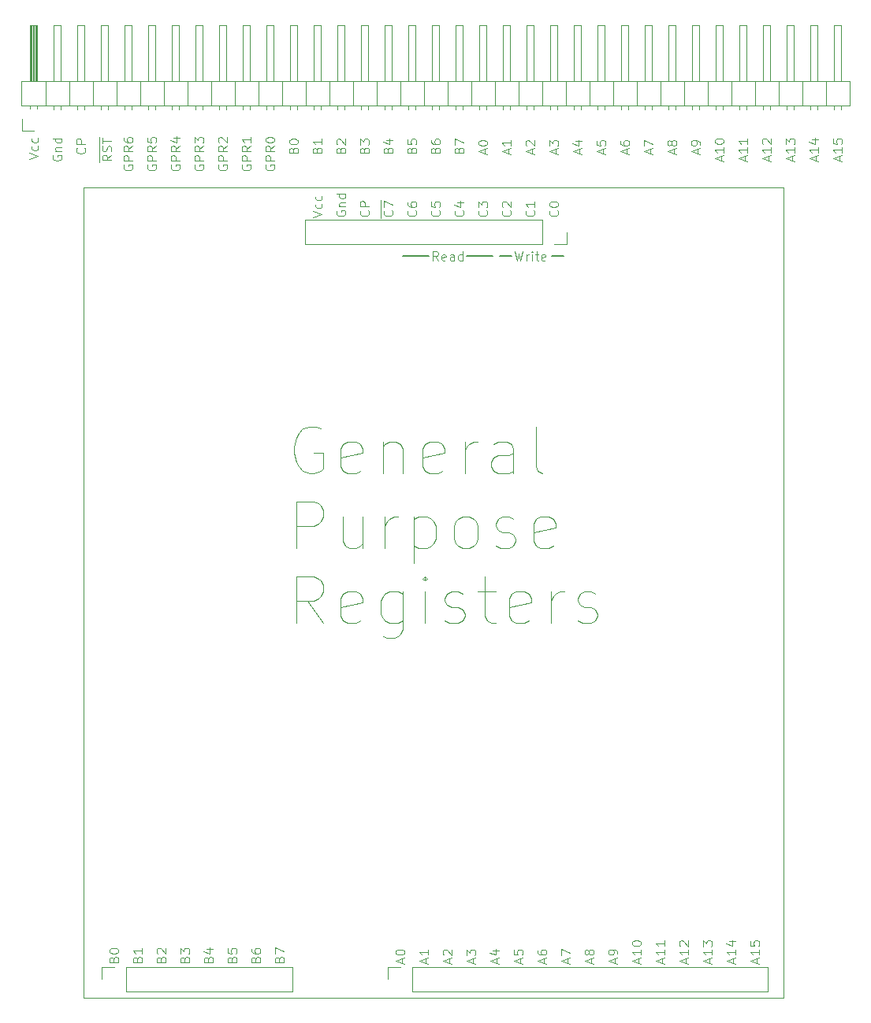
<source format=gbr>
%TF.GenerationSoftware,KiCad,Pcbnew,(6.0.0-0)*%
%TF.CreationDate,2022-03-08T07:13:54-05:00*%
%TF.ProjectId,Backplane-GPR-Registers-Condensed,4261636b-706c-4616-9e65-2d4750522d52,rev?*%
%TF.SameCoordinates,Original*%
%TF.FileFunction,Legend,Top*%
%TF.FilePolarity,Positive*%
%FSLAX46Y46*%
G04 Gerber Fmt 4.6, Leading zero omitted, Abs format (unit mm)*
G04 Created by KiCad (PCBNEW (6.0.0-0)) date 2022-03-08 07:13:54*
%MOMM*%
%LPD*%
G01*
G04 APERTURE LIST*
%ADD10C,0.150000*%
%ADD11C,0.100000*%
%ADD12C,0.120000*%
G04 APERTURE END LIST*
D10*
X147574000Y-75057000D02*
X148844000Y-75057000D01*
X134366000Y-75057000D02*
X131572000Y-75057000D01*
D11*
X172466000Y-154813000D02*
X97282000Y-154813000D01*
X97282000Y-154813000D02*
X97282000Y-67691000D01*
X97282000Y-67691000D02*
X172466000Y-67691000D01*
X172466000Y-67691000D02*
X172466000Y-154813000D01*
D10*
X141224000Y-75057000D02*
X138430000Y-75057000D01*
X143256000Y-75057000D02*
X141986000Y-75057000D01*
D11*
X98992000Y-64959000D02*
X98992000Y-63959000D01*
X100274380Y-64149476D02*
X99798190Y-64482809D01*
X100274380Y-64720904D02*
X99274380Y-64720904D01*
X99274380Y-64339952D01*
X99322000Y-64244714D01*
X99369619Y-64197095D01*
X99464857Y-64149476D01*
X99607714Y-64149476D01*
X99702952Y-64197095D01*
X99750571Y-64244714D01*
X99798190Y-64339952D01*
X99798190Y-64720904D01*
X98992000Y-63959000D02*
X98992000Y-63006619D01*
X100226761Y-63768523D02*
X100274380Y-63625666D01*
X100274380Y-63387571D01*
X100226761Y-63292333D01*
X100179142Y-63244714D01*
X100083904Y-63197095D01*
X99988666Y-63197095D01*
X99893428Y-63244714D01*
X99845809Y-63292333D01*
X99798190Y-63387571D01*
X99750571Y-63578047D01*
X99702952Y-63673285D01*
X99655333Y-63720904D01*
X99560095Y-63768523D01*
X99464857Y-63768523D01*
X99369619Y-63720904D01*
X99322000Y-63673285D01*
X99274380Y-63578047D01*
X99274380Y-63339952D01*
X99322000Y-63197095D01*
X98992000Y-63006619D02*
X98992000Y-62244714D01*
X99274380Y-62911380D02*
X99274380Y-62339952D01*
X100274380Y-62625666D02*
X99274380Y-62625666D01*
X168314666Y-64768523D02*
X168314666Y-64292333D01*
X168600380Y-64863761D02*
X167600380Y-64530428D01*
X168600380Y-64197095D01*
X168600380Y-63339952D02*
X168600380Y-63911380D01*
X168600380Y-63625666D02*
X167600380Y-63625666D01*
X167743238Y-63720904D01*
X167838476Y-63816142D01*
X167886095Y-63911380D01*
X168600380Y-62387571D02*
X168600380Y-62959000D01*
X168600380Y-62673285D02*
X167600380Y-62673285D01*
X167743238Y-62768523D01*
X167838476Y-62863761D01*
X167886095Y-62959000D01*
X139104666Y-151001523D02*
X139104666Y-150525333D01*
X139390380Y-151096761D02*
X138390380Y-150763428D01*
X139390380Y-150430095D01*
X138390380Y-150192000D02*
X138390380Y-149572952D01*
X138771333Y-149906285D01*
X138771333Y-149763428D01*
X138818952Y-149668190D01*
X138866571Y-149620571D01*
X138961809Y-149572952D01*
X139199904Y-149572952D01*
X139295142Y-149620571D01*
X139342761Y-149668190D01*
X139390380Y-149763428D01*
X139390380Y-150049142D01*
X139342761Y-150144380D01*
X139295142Y-150192000D01*
X100512571Y-150620571D02*
X100560190Y-150477714D01*
X100607809Y-150430095D01*
X100703047Y-150382476D01*
X100845904Y-150382476D01*
X100941142Y-150430095D01*
X100988761Y-150477714D01*
X101036380Y-150572952D01*
X101036380Y-150953904D01*
X100036380Y-150953904D01*
X100036380Y-150620571D01*
X100084000Y-150525333D01*
X100131619Y-150477714D01*
X100226857Y-150430095D01*
X100322095Y-150430095D01*
X100417333Y-150477714D01*
X100464952Y-150525333D01*
X100512571Y-150620571D01*
X100512571Y-150953904D01*
X100036380Y-149763428D02*
X100036380Y-149668190D01*
X100084000Y-149572952D01*
X100131619Y-149525333D01*
X100226857Y-149477714D01*
X100417333Y-149430095D01*
X100655428Y-149430095D01*
X100845904Y-149477714D01*
X100941142Y-149525333D01*
X100988761Y-149572952D01*
X101036380Y-149668190D01*
X101036380Y-149763428D01*
X100988761Y-149858666D01*
X100941142Y-149906285D01*
X100845904Y-149953904D01*
X100655428Y-150001523D01*
X100417333Y-150001523D01*
X100226857Y-149953904D01*
X100131619Y-149906285D01*
X100084000Y-149858666D01*
X100036380Y-149763428D01*
X138025142Y-70118476D02*
X138072761Y-70166095D01*
X138120380Y-70308952D01*
X138120380Y-70404190D01*
X138072761Y-70547047D01*
X137977523Y-70642285D01*
X137882285Y-70689904D01*
X137691809Y-70737523D01*
X137548952Y-70737523D01*
X137358476Y-70689904D01*
X137263238Y-70642285D01*
X137168000Y-70547047D01*
X137120380Y-70404190D01*
X137120380Y-70308952D01*
X137168000Y-70166095D01*
X137215619Y-70118476D01*
X137453714Y-69261333D02*
X138120380Y-69261333D01*
X137072761Y-69499428D02*
X137787047Y-69737523D01*
X137787047Y-69118476D01*
X148185142Y-70118476D02*
X148232761Y-70166095D01*
X148280380Y-70308952D01*
X148280380Y-70404190D01*
X148232761Y-70547047D01*
X148137523Y-70642285D01*
X148042285Y-70689904D01*
X147851809Y-70737523D01*
X147708952Y-70737523D01*
X147518476Y-70689904D01*
X147423238Y-70642285D01*
X147328000Y-70547047D01*
X147280380Y-70404190D01*
X147280380Y-70308952D01*
X147328000Y-70166095D01*
X147375619Y-70118476D01*
X147280380Y-69499428D02*
X147280380Y-69404190D01*
X147328000Y-69308952D01*
X147375619Y-69261333D01*
X147470857Y-69213714D01*
X147661333Y-69166095D01*
X147899428Y-69166095D01*
X148089904Y-69213714D01*
X148185142Y-69261333D01*
X148232761Y-69308952D01*
X148280380Y-69404190D01*
X148280380Y-69499428D01*
X148232761Y-69594666D01*
X148185142Y-69642285D01*
X148089904Y-69689904D01*
X147899428Y-69737523D01*
X147661333Y-69737523D01*
X147470857Y-69689904D01*
X147375619Y-69642285D01*
X147328000Y-69594666D01*
X147280380Y-69499428D01*
X132516571Y-63625571D02*
X132564190Y-63482714D01*
X132611809Y-63435095D01*
X132707047Y-63387476D01*
X132849904Y-63387476D01*
X132945142Y-63435095D01*
X132992761Y-63482714D01*
X133040380Y-63577952D01*
X133040380Y-63958904D01*
X132040380Y-63958904D01*
X132040380Y-63625571D01*
X132088000Y-63530333D01*
X132135619Y-63482714D01*
X132230857Y-63435095D01*
X132326095Y-63435095D01*
X132421333Y-63482714D01*
X132468952Y-63530333D01*
X132516571Y-63625571D01*
X132516571Y-63958904D01*
X132040380Y-62482714D02*
X132040380Y-62958904D01*
X132516571Y-63006523D01*
X132468952Y-62958904D01*
X132421333Y-62863666D01*
X132421333Y-62625571D01*
X132468952Y-62530333D01*
X132516571Y-62482714D01*
X132611809Y-62435095D01*
X132849904Y-62435095D01*
X132945142Y-62482714D01*
X132992761Y-62530333D01*
X133040380Y-62625571D01*
X133040380Y-62863666D01*
X132992761Y-62958904D01*
X132945142Y-63006523D01*
X122746523Y-93590000D02*
X122270333Y-93351904D01*
X121556047Y-93351904D01*
X120841761Y-93590000D01*
X120365571Y-94066190D01*
X120127476Y-94542380D01*
X119889380Y-95494761D01*
X119889380Y-96209047D01*
X120127476Y-97161428D01*
X120365571Y-97637619D01*
X120841761Y-98113809D01*
X121556047Y-98351904D01*
X122032238Y-98351904D01*
X122746523Y-98113809D01*
X122984619Y-97875714D01*
X122984619Y-96209047D01*
X122032238Y-96209047D01*
X127032238Y-98113809D02*
X126556047Y-98351904D01*
X125603666Y-98351904D01*
X125127476Y-98113809D01*
X124889380Y-97637619D01*
X124889380Y-95732857D01*
X125127476Y-95256666D01*
X125603666Y-95018571D01*
X126556047Y-95018571D01*
X127032238Y-95256666D01*
X127270333Y-95732857D01*
X127270333Y-96209047D01*
X124889380Y-96685238D01*
X129413190Y-95018571D02*
X129413190Y-98351904D01*
X129413190Y-95494761D02*
X129651285Y-95256666D01*
X130127476Y-95018571D01*
X130841761Y-95018571D01*
X131317952Y-95256666D01*
X131556047Y-95732857D01*
X131556047Y-98351904D01*
X135841761Y-98113809D02*
X135365571Y-98351904D01*
X134413190Y-98351904D01*
X133937000Y-98113809D01*
X133698904Y-97637619D01*
X133698904Y-95732857D01*
X133937000Y-95256666D01*
X134413190Y-95018571D01*
X135365571Y-95018571D01*
X135841761Y-95256666D01*
X136079857Y-95732857D01*
X136079857Y-96209047D01*
X133698904Y-96685238D01*
X138222714Y-98351904D02*
X138222714Y-95018571D01*
X138222714Y-95970952D02*
X138460809Y-95494761D01*
X138698904Y-95256666D01*
X139175095Y-95018571D01*
X139651285Y-95018571D01*
X143460809Y-98351904D02*
X143460809Y-95732857D01*
X143222714Y-95256666D01*
X142746523Y-95018571D01*
X141794142Y-95018571D01*
X141317952Y-95256666D01*
X143460809Y-98113809D02*
X142984619Y-98351904D01*
X141794142Y-98351904D01*
X141317952Y-98113809D01*
X141079857Y-97637619D01*
X141079857Y-97161428D01*
X141317952Y-96685238D01*
X141794142Y-96447142D01*
X142984619Y-96447142D01*
X143460809Y-96209047D01*
X146556047Y-98351904D02*
X146079857Y-98113809D01*
X145841761Y-97637619D01*
X145841761Y-93351904D01*
X120127476Y-106401904D02*
X120127476Y-101401904D01*
X122032238Y-101401904D01*
X122508428Y-101640000D01*
X122746523Y-101878095D01*
X122984619Y-102354285D01*
X122984619Y-103068571D01*
X122746523Y-103544761D01*
X122508428Y-103782857D01*
X122032238Y-104020952D01*
X120127476Y-104020952D01*
X127270333Y-103068571D02*
X127270333Y-106401904D01*
X125127476Y-103068571D02*
X125127476Y-105687619D01*
X125365571Y-106163809D01*
X125841761Y-106401904D01*
X126556047Y-106401904D01*
X127032238Y-106163809D01*
X127270333Y-105925714D01*
X129651285Y-106401904D02*
X129651285Y-103068571D01*
X129651285Y-104020952D02*
X129889380Y-103544761D01*
X130127476Y-103306666D01*
X130603666Y-103068571D01*
X131079857Y-103068571D01*
X132746523Y-103068571D02*
X132746523Y-108068571D01*
X132746523Y-103306666D02*
X133222714Y-103068571D01*
X134175095Y-103068571D01*
X134651285Y-103306666D01*
X134889380Y-103544761D01*
X135127476Y-104020952D01*
X135127476Y-105449523D01*
X134889380Y-105925714D01*
X134651285Y-106163809D01*
X134175095Y-106401904D01*
X133222714Y-106401904D01*
X132746523Y-106163809D01*
X137984619Y-106401904D02*
X137508428Y-106163809D01*
X137270333Y-105925714D01*
X137032238Y-105449523D01*
X137032238Y-104020952D01*
X137270333Y-103544761D01*
X137508428Y-103306666D01*
X137984619Y-103068571D01*
X138698904Y-103068571D01*
X139175095Y-103306666D01*
X139413190Y-103544761D01*
X139651285Y-104020952D01*
X139651285Y-105449523D01*
X139413190Y-105925714D01*
X139175095Y-106163809D01*
X138698904Y-106401904D01*
X137984619Y-106401904D01*
X141556047Y-106163809D02*
X142032238Y-106401904D01*
X142984619Y-106401904D01*
X143460809Y-106163809D01*
X143698904Y-105687619D01*
X143698904Y-105449523D01*
X143460809Y-104973333D01*
X142984619Y-104735238D01*
X142270333Y-104735238D01*
X141794142Y-104497142D01*
X141556047Y-104020952D01*
X141556047Y-103782857D01*
X141794142Y-103306666D01*
X142270333Y-103068571D01*
X142984619Y-103068571D01*
X143460809Y-103306666D01*
X147746523Y-106163809D02*
X147270333Y-106401904D01*
X146317952Y-106401904D01*
X145841761Y-106163809D01*
X145603666Y-105687619D01*
X145603666Y-103782857D01*
X145841761Y-103306666D01*
X146317952Y-103068571D01*
X147270333Y-103068571D01*
X147746523Y-103306666D01*
X147984619Y-103782857D01*
X147984619Y-104259047D01*
X145603666Y-104735238D01*
X122984619Y-114451904D02*
X121317952Y-112070952D01*
X120127476Y-114451904D02*
X120127476Y-109451904D01*
X122032238Y-109451904D01*
X122508428Y-109690000D01*
X122746523Y-109928095D01*
X122984619Y-110404285D01*
X122984619Y-111118571D01*
X122746523Y-111594761D01*
X122508428Y-111832857D01*
X122032238Y-112070952D01*
X120127476Y-112070952D01*
X127032238Y-114213809D02*
X126556047Y-114451904D01*
X125603666Y-114451904D01*
X125127476Y-114213809D01*
X124889380Y-113737619D01*
X124889380Y-111832857D01*
X125127476Y-111356666D01*
X125603666Y-111118571D01*
X126556047Y-111118571D01*
X127032238Y-111356666D01*
X127270333Y-111832857D01*
X127270333Y-112309047D01*
X124889380Y-112785238D01*
X131556047Y-111118571D02*
X131556047Y-115166190D01*
X131317952Y-115642380D01*
X131079857Y-115880476D01*
X130603666Y-116118571D01*
X129889380Y-116118571D01*
X129413190Y-115880476D01*
X131556047Y-114213809D02*
X131079857Y-114451904D01*
X130127476Y-114451904D01*
X129651285Y-114213809D01*
X129413190Y-113975714D01*
X129175095Y-113499523D01*
X129175095Y-112070952D01*
X129413190Y-111594761D01*
X129651285Y-111356666D01*
X130127476Y-111118571D01*
X131079857Y-111118571D01*
X131556047Y-111356666D01*
X133937000Y-114451904D02*
X133937000Y-111118571D01*
X133937000Y-109451904D02*
X133698904Y-109690000D01*
X133937000Y-109928095D01*
X134175095Y-109690000D01*
X133937000Y-109451904D01*
X133937000Y-109928095D01*
X136079857Y-114213809D02*
X136556047Y-114451904D01*
X137508428Y-114451904D01*
X137984619Y-114213809D01*
X138222714Y-113737619D01*
X138222714Y-113499523D01*
X137984619Y-113023333D01*
X137508428Y-112785238D01*
X136794142Y-112785238D01*
X136317952Y-112547142D01*
X136079857Y-112070952D01*
X136079857Y-111832857D01*
X136317952Y-111356666D01*
X136794142Y-111118571D01*
X137508428Y-111118571D01*
X137984619Y-111356666D01*
X139651285Y-111118571D02*
X141556047Y-111118571D01*
X140365571Y-109451904D02*
X140365571Y-113737619D01*
X140603666Y-114213809D01*
X141079857Y-114451904D01*
X141556047Y-114451904D01*
X145127476Y-114213809D02*
X144651285Y-114451904D01*
X143698904Y-114451904D01*
X143222714Y-114213809D01*
X142984619Y-113737619D01*
X142984619Y-111832857D01*
X143222714Y-111356666D01*
X143698904Y-111118571D01*
X144651285Y-111118571D01*
X145127476Y-111356666D01*
X145365571Y-111832857D01*
X145365571Y-112309047D01*
X142984619Y-112785238D01*
X147508428Y-114451904D02*
X147508428Y-111118571D01*
X147508428Y-112070952D02*
X147746523Y-111594761D01*
X147984619Y-111356666D01*
X148460809Y-111118571D01*
X148937000Y-111118571D01*
X150365571Y-114213809D02*
X150841761Y-114451904D01*
X151794142Y-114451904D01*
X152270333Y-114213809D01*
X152508428Y-113737619D01*
X152508428Y-113499523D01*
X152270333Y-113023333D01*
X151794142Y-112785238D01*
X151079857Y-112785238D01*
X150603666Y-112547142D01*
X150365571Y-112070952D01*
X150365571Y-111832857D01*
X150603666Y-111356666D01*
X151079857Y-111118571D01*
X151794142Y-111118571D01*
X152270333Y-111356666D01*
X143105142Y-70118476D02*
X143152761Y-70166095D01*
X143200380Y-70308952D01*
X143200380Y-70404190D01*
X143152761Y-70547047D01*
X143057523Y-70642285D01*
X142962285Y-70689904D01*
X142771809Y-70737523D01*
X142628952Y-70737523D01*
X142438476Y-70689904D01*
X142343238Y-70642285D01*
X142248000Y-70547047D01*
X142200380Y-70404190D01*
X142200380Y-70308952D01*
X142248000Y-70166095D01*
X142295619Y-70118476D01*
X142295619Y-69737523D02*
X142248000Y-69689904D01*
X142200380Y-69594666D01*
X142200380Y-69356571D01*
X142248000Y-69261333D01*
X142295619Y-69213714D01*
X142390857Y-69166095D01*
X142486095Y-69166095D01*
X142628952Y-69213714D01*
X143200380Y-69785142D01*
X143200380Y-69166095D01*
X103052571Y-150620571D02*
X103100190Y-150477714D01*
X103147809Y-150430095D01*
X103243047Y-150382476D01*
X103385904Y-150382476D01*
X103481142Y-150430095D01*
X103528761Y-150477714D01*
X103576380Y-150572952D01*
X103576380Y-150953904D01*
X102576380Y-150953904D01*
X102576380Y-150620571D01*
X102624000Y-150525333D01*
X102671619Y-150477714D01*
X102766857Y-150430095D01*
X102862095Y-150430095D01*
X102957333Y-150477714D01*
X103004952Y-150525333D01*
X103052571Y-150620571D01*
X103052571Y-150953904D01*
X103576380Y-149430095D02*
X103576380Y-150001523D01*
X103576380Y-149715809D02*
X102576380Y-149715809D01*
X102719238Y-149811047D01*
X102814476Y-149906285D01*
X102862095Y-150001523D01*
X124896571Y-63625571D02*
X124944190Y-63482714D01*
X124991809Y-63435095D01*
X125087047Y-63387476D01*
X125229904Y-63387476D01*
X125325142Y-63435095D01*
X125372761Y-63482714D01*
X125420380Y-63577952D01*
X125420380Y-63958904D01*
X124420380Y-63958904D01*
X124420380Y-63625571D01*
X124468000Y-63530333D01*
X124515619Y-63482714D01*
X124610857Y-63435095D01*
X124706095Y-63435095D01*
X124801333Y-63482714D01*
X124848952Y-63530333D01*
X124896571Y-63625571D01*
X124896571Y-63958904D01*
X124515619Y-63006523D02*
X124468000Y-62958904D01*
X124420380Y-62863666D01*
X124420380Y-62625571D01*
X124468000Y-62530333D01*
X124515619Y-62482714D01*
X124610857Y-62435095D01*
X124706095Y-62435095D01*
X124848952Y-62482714D01*
X125420380Y-63054142D01*
X125420380Y-62435095D01*
X147994666Y-64006523D02*
X147994666Y-63530333D01*
X148280380Y-64101761D02*
X147280380Y-63768428D01*
X148280380Y-63435095D01*
X147280380Y-63197000D02*
X147280380Y-62577952D01*
X147661333Y-62911285D01*
X147661333Y-62768428D01*
X147708952Y-62673190D01*
X147756571Y-62625571D01*
X147851809Y-62577952D01*
X148089904Y-62577952D01*
X148185142Y-62625571D01*
X148232761Y-62673190D01*
X148280380Y-62768428D01*
X148280380Y-63054142D01*
X148232761Y-63149380D01*
X148185142Y-63197000D01*
X140565142Y-70118476D02*
X140612761Y-70166095D01*
X140660380Y-70308952D01*
X140660380Y-70404190D01*
X140612761Y-70547047D01*
X140517523Y-70642285D01*
X140422285Y-70689904D01*
X140231809Y-70737523D01*
X140088952Y-70737523D01*
X139898476Y-70689904D01*
X139803238Y-70642285D01*
X139708000Y-70547047D01*
X139660380Y-70404190D01*
X139660380Y-70308952D01*
X139708000Y-70166095D01*
X139755619Y-70118476D01*
X139660380Y-69785142D02*
X139660380Y-69166095D01*
X140041333Y-69499428D01*
X140041333Y-69356571D01*
X140088952Y-69261333D01*
X140136571Y-69213714D01*
X140231809Y-69166095D01*
X140469904Y-69166095D01*
X140565142Y-69213714D01*
X140612761Y-69261333D01*
X140660380Y-69356571D01*
X140660380Y-69642285D01*
X140612761Y-69737523D01*
X140565142Y-69785142D01*
X160694666Y-64006523D02*
X160694666Y-63530333D01*
X160980380Y-64101761D02*
X159980380Y-63768428D01*
X160980380Y-63435095D01*
X160408952Y-62958904D02*
X160361333Y-63054142D01*
X160313714Y-63101761D01*
X160218476Y-63149380D01*
X160170857Y-63149380D01*
X160075619Y-63101761D01*
X160028000Y-63054142D01*
X159980380Y-62958904D01*
X159980380Y-62768428D01*
X160028000Y-62673190D01*
X160075619Y-62625571D01*
X160170857Y-62577952D01*
X160218476Y-62577952D01*
X160313714Y-62625571D01*
X160361333Y-62673190D01*
X160408952Y-62768428D01*
X160408952Y-62958904D01*
X160456571Y-63054142D01*
X160504190Y-63101761D01*
X160599428Y-63149380D01*
X160789904Y-63149380D01*
X160885142Y-63101761D01*
X160932761Y-63054142D01*
X160980380Y-62958904D01*
X160980380Y-62768428D01*
X160932761Y-62673190D01*
X160885142Y-62625571D01*
X160789904Y-62577952D01*
X160599428Y-62577952D01*
X160504190Y-62625571D01*
X160456571Y-62673190D01*
X160408952Y-62768428D01*
X93988000Y-64197095D02*
X93940380Y-64292333D01*
X93940380Y-64435190D01*
X93988000Y-64578047D01*
X94083238Y-64673285D01*
X94178476Y-64720904D01*
X94368952Y-64768523D01*
X94511809Y-64768523D01*
X94702285Y-64720904D01*
X94797523Y-64673285D01*
X94892761Y-64578047D01*
X94940380Y-64435190D01*
X94940380Y-64339952D01*
X94892761Y-64197095D01*
X94845142Y-64149476D01*
X94511809Y-64149476D01*
X94511809Y-64339952D01*
X94273714Y-63720904D02*
X94940380Y-63720904D01*
X94368952Y-63720904D02*
X94321333Y-63673285D01*
X94273714Y-63578047D01*
X94273714Y-63435190D01*
X94321333Y-63339952D01*
X94416571Y-63292333D01*
X94940380Y-63292333D01*
X94940380Y-62387571D02*
X93940380Y-62387571D01*
X94892761Y-62387571D02*
X94940380Y-62482809D01*
X94940380Y-62673285D01*
X94892761Y-62768523D01*
X94845142Y-62816142D01*
X94749904Y-62863761D01*
X94464190Y-62863761D01*
X94368952Y-62816142D01*
X94321333Y-62768523D01*
X94273714Y-62673285D01*
X94273714Y-62482809D01*
X94321333Y-62387571D01*
X127865142Y-70118476D02*
X127912761Y-70166095D01*
X127960380Y-70308952D01*
X127960380Y-70404190D01*
X127912761Y-70547047D01*
X127817523Y-70642285D01*
X127722285Y-70689904D01*
X127531809Y-70737523D01*
X127388952Y-70737523D01*
X127198476Y-70689904D01*
X127103238Y-70642285D01*
X127008000Y-70547047D01*
X126960380Y-70404190D01*
X126960380Y-70308952D01*
X127008000Y-70166095D01*
X127055619Y-70118476D01*
X127960380Y-69689904D02*
X126960380Y-69689904D01*
X126960380Y-69308952D01*
X127008000Y-69213714D01*
X127055619Y-69166095D01*
X127150857Y-69118476D01*
X127293714Y-69118476D01*
X127388952Y-69166095D01*
X127436571Y-69213714D01*
X127484190Y-69308952D01*
X127484190Y-69689904D01*
X114308000Y-65231476D02*
X114260380Y-65326714D01*
X114260380Y-65469571D01*
X114308000Y-65612428D01*
X114403238Y-65707666D01*
X114498476Y-65755285D01*
X114688952Y-65802904D01*
X114831809Y-65802904D01*
X115022285Y-65755285D01*
X115117523Y-65707666D01*
X115212761Y-65612428D01*
X115260380Y-65469571D01*
X115260380Y-65374333D01*
X115212761Y-65231476D01*
X115165142Y-65183857D01*
X114831809Y-65183857D01*
X114831809Y-65374333D01*
X115260380Y-64755285D02*
X114260380Y-64755285D01*
X114260380Y-64374333D01*
X114308000Y-64279095D01*
X114355619Y-64231476D01*
X114450857Y-64183857D01*
X114593714Y-64183857D01*
X114688952Y-64231476D01*
X114736571Y-64279095D01*
X114784190Y-64374333D01*
X114784190Y-64755285D01*
X115260380Y-63183857D02*
X114784190Y-63517190D01*
X115260380Y-63755285D02*
X114260380Y-63755285D01*
X114260380Y-63374333D01*
X114308000Y-63279095D01*
X114355619Y-63231476D01*
X114450857Y-63183857D01*
X114593714Y-63183857D01*
X114688952Y-63231476D01*
X114736571Y-63279095D01*
X114784190Y-63374333D01*
X114784190Y-63755285D01*
X115260380Y-62231476D02*
X115260380Y-62802904D01*
X115260380Y-62517190D02*
X114260380Y-62517190D01*
X114403238Y-62612428D01*
X114498476Y-62707666D01*
X114546095Y-62802904D01*
X127436571Y-63625571D02*
X127484190Y-63482714D01*
X127531809Y-63435095D01*
X127627047Y-63387476D01*
X127769904Y-63387476D01*
X127865142Y-63435095D01*
X127912761Y-63482714D01*
X127960380Y-63577952D01*
X127960380Y-63958904D01*
X126960380Y-63958904D01*
X126960380Y-63625571D01*
X127008000Y-63530333D01*
X127055619Y-63482714D01*
X127150857Y-63435095D01*
X127246095Y-63435095D01*
X127341333Y-63482714D01*
X127388952Y-63530333D01*
X127436571Y-63625571D01*
X127436571Y-63958904D01*
X126960380Y-63054142D02*
X126960380Y-62435095D01*
X127341333Y-62768428D01*
X127341333Y-62625571D01*
X127388952Y-62530333D01*
X127436571Y-62482714D01*
X127531809Y-62435095D01*
X127769904Y-62435095D01*
X127865142Y-62482714D01*
X127912761Y-62530333D01*
X127960380Y-62625571D01*
X127960380Y-62911285D01*
X127912761Y-63006523D01*
X127865142Y-63054142D01*
X150534666Y-64006523D02*
X150534666Y-63530333D01*
X150820380Y-64101761D02*
X149820380Y-63768428D01*
X150820380Y-63435095D01*
X150153714Y-62673190D02*
X150820380Y-62673190D01*
X149772761Y-62911285D02*
X150487047Y-63149380D01*
X150487047Y-62530333D01*
X155614666Y-64006523D02*
X155614666Y-63530333D01*
X155900380Y-64101761D02*
X154900380Y-63768428D01*
X155900380Y-63435095D01*
X154900380Y-62673190D02*
X154900380Y-62863666D01*
X154948000Y-62958904D01*
X154995619Y-63006523D01*
X155138476Y-63101761D01*
X155328952Y-63149380D01*
X155709904Y-63149380D01*
X155805142Y-63101761D01*
X155852761Y-63054142D01*
X155900380Y-62958904D01*
X155900380Y-62768428D01*
X155852761Y-62673190D01*
X155805142Y-62625571D01*
X155709904Y-62577952D01*
X155471809Y-62577952D01*
X155376571Y-62625571D01*
X155328952Y-62673190D01*
X155281333Y-62768428D01*
X155281333Y-62958904D01*
X155328952Y-63054142D01*
X155376571Y-63101761D01*
X155471809Y-63149380D01*
X165774666Y-64768523D02*
X165774666Y-64292333D01*
X166060380Y-64863761D02*
X165060380Y-64530428D01*
X166060380Y-64197095D01*
X166060380Y-63339952D02*
X166060380Y-63911380D01*
X166060380Y-63625666D02*
X165060380Y-63625666D01*
X165203238Y-63720904D01*
X165298476Y-63816142D01*
X165346095Y-63911380D01*
X165060380Y-62720904D02*
X165060380Y-62625666D01*
X165108000Y-62530428D01*
X165155619Y-62482809D01*
X165250857Y-62435190D01*
X165441333Y-62387571D01*
X165679428Y-62387571D01*
X165869904Y-62435190D01*
X165965142Y-62482809D01*
X166012761Y-62530428D01*
X166060380Y-62625666D01*
X166060380Y-62720904D01*
X166012761Y-62816142D01*
X165965142Y-62863761D01*
X165869904Y-62911380D01*
X165679428Y-62959000D01*
X165441333Y-62959000D01*
X165250857Y-62911380D01*
X165155619Y-62863761D01*
X165108000Y-62816142D01*
X165060380Y-62720904D01*
X111768000Y-65231476D02*
X111720380Y-65326714D01*
X111720380Y-65469571D01*
X111768000Y-65612428D01*
X111863238Y-65707666D01*
X111958476Y-65755285D01*
X112148952Y-65802904D01*
X112291809Y-65802904D01*
X112482285Y-65755285D01*
X112577523Y-65707666D01*
X112672761Y-65612428D01*
X112720380Y-65469571D01*
X112720380Y-65374333D01*
X112672761Y-65231476D01*
X112625142Y-65183857D01*
X112291809Y-65183857D01*
X112291809Y-65374333D01*
X112720380Y-64755285D02*
X111720380Y-64755285D01*
X111720380Y-64374333D01*
X111768000Y-64279095D01*
X111815619Y-64231476D01*
X111910857Y-64183857D01*
X112053714Y-64183857D01*
X112148952Y-64231476D01*
X112196571Y-64279095D01*
X112244190Y-64374333D01*
X112244190Y-64755285D01*
X112720380Y-63183857D02*
X112244190Y-63517190D01*
X112720380Y-63755285D02*
X111720380Y-63755285D01*
X111720380Y-63374333D01*
X111768000Y-63279095D01*
X111815619Y-63231476D01*
X111910857Y-63183857D01*
X112053714Y-63183857D01*
X112148952Y-63231476D01*
X112196571Y-63279095D01*
X112244190Y-63374333D01*
X112244190Y-63755285D01*
X111815619Y-62802904D02*
X111768000Y-62755285D01*
X111720380Y-62660047D01*
X111720380Y-62421952D01*
X111768000Y-62326714D01*
X111815619Y-62279095D01*
X111910857Y-62231476D01*
X112006095Y-62231476D01*
X112148952Y-62279095D01*
X112720380Y-62850523D01*
X112720380Y-62231476D01*
X113212571Y-150620571D02*
X113260190Y-150477714D01*
X113307809Y-150430095D01*
X113403047Y-150382476D01*
X113545904Y-150382476D01*
X113641142Y-150430095D01*
X113688761Y-150477714D01*
X113736380Y-150572952D01*
X113736380Y-150953904D01*
X112736380Y-150953904D01*
X112736380Y-150620571D01*
X112784000Y-150525333D01*
X112831619Y-150477714D01*
X112926857Y-150430095D01*
X113022095Y-150430095D01*
X113117333Y-150477714D01*
X113164952Y-150525333D01*
X113212571Y-150620571D01*
X113212571Y-150953904D01*
X112736380Y-149477714D02*
X112736380Y-149953904D01*
X113212571Y-150001523D01*
X113164952Y-149953904D01*
X113117333Y-149858666D01*
X113117333Y-149620571D01*
X113164952Y-149525333D01*
X113212571Y-149477714D01*
X113307809Y-149430095D01*
X113545904Y-149430095D01*
X113641142Y-149477714D01*
X113688761Y-149525333D01*
X113736380Y-149620571D01*
X113736380Y-149858666D01*
X113688761Y-149953904D01*
X113641142Y-150001523D01*
X158154666Y-64006523D02*
X158154666Y-63530333D01*
X158440380Y-64101761D02*
X157440380Y-63768428D01*
X158440380Y-63435095D01*
X157440380Y-63197000D02*
X157440380Y-62530333D01*
X158440380Y-62958904D01*
X97385142Y-63387476D02*
X97432761Y-63435095D01*
X97480380Y-63577952D01*
X97480380Y-63673190D01*
X97432761Y-63816047D01*
X97337523Y-63911285D01*
X97242285Y-63958904D01*
X97051809Y-64006523D01*
X96908952Y-64006523D01*
X96718476Y-63958904D01*
X96623238Y-63911285D01*
X96528000Y-63816047D01*
X96480380Y-63673190D01*
X96480380Y-63577952D01*
X96528000Y-63435095D01*
X96575619Y-63387476D01*
X97480380Y-62958904D02*
X96480380Y-62958904D01*
X96480380Y-62577952D01*
X96528000Y-62482714D01*
X96575619Y-62435095D01*
X96670857Y-62387476D01*
X96813714Y-62387476D01*
X96908952Y-62435095D01*
X96956571Y-62482714D01*
X97004190Y-62577952D01*
X97004190Y-62958904D01*
X143597523Y-74509380D02*
X143835619Y-75509380D01*
X144026095Y-74795095D01*
X144216571Y-75509380D01*
X144454666Y-74509380D01*
X144835619Y-75509380D02*
X144835619Y-74842714D01*
X144835619Y-75033190D02*
X144883238Y-74937952D01*
X144930857Y-74890333D01*
X145026095Y-74842714D01*
X145121333Y-74842714D01*
X145454666Y-75509380D02*
X145454666Y-74842714D01*
X145454666Y-74509380D02*
X145407047Y-74557000D01*
X145454666Y-74604619D01*
X145502285Y-74557000D01*
X145454666Y-74509380D01*
X145454666Y-74604619D01*
X145788000Y-74842714D02*
X146168952Y-74842714D01*
X145930857Y-74509380D02*
X145930857Y-75366523D01*
X145978476Y-75461761D01*
X146073714Y-75509380D01*
X146168952Y-75509380D01*
X146883238Y-75461761D02*
X146788000Y-75509380D01*
X146597523Y-75509380D01*
X146502285Y-75461761D01*
X146454666Y-75366523D01*
X146454666Y-74985571D01*
X146502285Y-74890333D01*
X146597523Y-74842714D01*
X146788000Y-74842714D01*
X146883238Y-74890333D01*
X146930857Y-74985571D01*
X146930857Y-75080809D01*
X146454666Y-75176047D01*
X91400380Y-64609761D02*
X92400380Y-64276428D01*
X91400380Y-63943095D01*
X92352761Y-63181190D02*
X92400380Y-63276428D01*
X92400380Y-63466904D01*
X92352761Y-63562142D01*
X92305142Y-63609761D01*
X92209904Y-63657380D01*
X91924190Y-63657380D01*
X91828952Y-63609761D01*
X91781333Y-63562142D01*
X91733714Y-63466904D01*
X91733714Y-63276428D01*
X91781333Y-63181190D01*
X92352761Y-62324047D02*
X92400380Y-62419285D01*
X92400380Y-62609761D01*
X92352761Y-62705000D01*
X92305142Y-62752619D01*
X92209904Y-62800238D01*
X91924190Y-62800238D01*
X91828952Y-62752619D01*
X91781333Y-62705000D01*
X91733714Y-62609761D01*
X91733714Y-62419285D01*
X91781333Y-62324047D01*
X153074666Y-64006523D02*
X153074666Y-63530333D01*
X153360380Y-64101761D02*
X152360380Y-63768428D01*
X153360380Y-63435095D01*
X152360380Y-62625571D02*
X152360380Y-63101761D01*
X152836571Y-63149380D01*
X152788952Y-63101761D01*
X152741333Y-63006523D01*
X152741333Y-62768428D01*
X152788952Y-62673190D01*
X152836571Y-62625571D01*
X152931809Y-62577952D01*
X153169904Y-62577952D01*
X153265142Y-62625571D01*
X153312761Y-62673190D01*
X153360380Y-62768428D01*
X153360380Y-63006523D01*
X153312761Y-63101761D01*
X153265142Y-63149380D01*
X121880380Y-70832761D02*
X122880380Y-70499428D01*
X121880380Y-70166095D01*
X122832761Y-69404190D02*
X122880380Y-69499428D01*
X122880380Y-69689904D01*
X122832761Y-69785142D01*
X122785142Y-69832761D01*
X122689904Y-69880380D01*
X122404190Y-69880380D01*
X122308952Y-69832761D01*
X122261333Y-69785142D01*
X122213714Y-69689904D01*
X122213714Y-69499428D01*
X122261333Y-69404190D01*
X122832761Y-68547047D02*
X122880380Y-68642285D01*
X122880380Y-68832761D01*
X122832761Y-68928000D01*
X122785142Y-68975619D01*
X122689904Y-69023238D01*
X122404190Y-69023238D01*
X122308952Y-68975619D01*
X122261333Y-68928000D01*
X122213714Y-68832761D01*
X122213714Y-68642285D01*
X122261333Y-68547047D01*
X167044666Y-151001523D02*
X167044666Y-150525333D01*
X167330380Y-151096761D02*
X166330380Y-150763428D01*
X167330380Y-150430095D01*
X167330380Y-149572952D02*
X167330380Y-150144380D01*
X167330380Y-149858666D02*
X166330380Y-149858666D01*
X166473238Y-149953904D01*
X166568476Y-150049142D01*
X166616095Y-150144380D01*
X166663714Y-148715809D02*
X167330380Y-148715809D01*
X166282761Y-148953904D02*
X166997047Y-149192000D01*
X166997047Y-148572952D01*
X131484666Y-151001523D02*
X131484666Y-150525333D01*
X131770380Y-151096761D02*
X130770380Y-150763428D01*
X131770380Y-150430095D01*
X130770380Y-149906285D02*
X130770380Y-149811047D01*
X130818000Y-149715809D01*
X130865619Y-149668190D01*
X130960857Y-149620571D01*
X131151333Y-149572952D01*
X131389428Y-149572952D01*
X131579904Y-149620571D01*
X131675142Y-149668190D01*
X131722761Y-149715809D01*
X131770380Y-149811047D01*
X131770380Y-149906285D01*
X131722761Y-150001523D01*
X131675142Y-150049142D01*
X131579904Y-150096761D01*
X131389428Y-150144380D01*
X131151333Y-150144380D01*
X130960857Y-150096761D01*
X130865619Y-150049142D01*
X130818000Y-150001523D01*
X130770380Y-149906285D01*
X109228000Y-65231476D02*
X109180380Y-65326714D01*
X109180380Y-65469571D01*
X109228000Y-65612428D01*
X109323238Y-65707666D01*
X109418476Y-65755285D01*
X109608952Y-65802904D01*
X109751809Y-65802904D01*
X109942285Y-65755285D01*
X110037523Y-65707666D01*
X110132761Y-65612428D01*
X110180380Y-65469571D01*
X110180380Y-65374333D01*
X110132761Y-65231476D01*
X110085142Y-65183857D01*
X109751809Y-65183857D01*
X109751809Y-65374333D01*
X110180380Y-64755285D02*
X109180380Y-64755285D01*
X109180380Y-64374333D01*
X109228000Y-64279095D01*
X109275619Y-64231476D01*
X109370857Y-64183857D01*
X109513714Y-64183857D01*
X109608952Y-64231476D01*
X109656571Y-64279095D01*
X109704190Y-64374333D01*
X109704190Y-64755285D01*
X110180380Y-63183857D02*
X109704190Y-63517190D01*
X110180380Y-63755285D02*
X109180380Y-63755285D01*
X109180380Y-63374333D01*
X109228000Y-63279095D01*
X109275619Y-63231476D01*
X109370857Y-63183857D01*
X109513714Y-63183857D01*
X109608952Y-63231476D01*
X109656571Y-63279095D01*
X109704190Y-63374333D01*
X109704190Y-63755285D01*
X109180380Y-62850523D02*
X109180380Y-62231476D01*
X109561333Y-62564809D01*
X109561333Y-62421952D01*
X109608952Y-62326714D01*
X109656571Y-62279095D01*
X109751809Y-62231476D01*
X109989904Y-62231476D01*
X110085142Y-62279095D01*
X110132761Y-62326714D01*
X110180380Y-62421952D01*
X110180380Y-62707666D01*
X110132761Y-62802904D01*
X110085142Y-62850523D01*
X178474666Y-64768523D02*
X178474666Y-64292333D01*
X178760380Y-64863761D02*
X177760380Y-64530428D01*
X178760380Y-64197095D01*
X178760380Y-63339952D02*
X178760380Y-63911380D01*
X178760380Y-63625666D02*
X177760380Y-63625666D01*
X177903238Y-63720904D01*
X177998476Y-63816142D01*
X178046095Y-63911380D01*
X177760380Y-62435190D02*
X177760380Y-62911380D01*
X178236571Y-62959000D01*
X178188952Y-62911380D01*
X178141333Y-62816142D01*
X178141333Y-62578047D01*
X178188952Y-62482809D01*
X178236571Y-62435190D01*
X178331809Y-62387571D01*
X178569904Y-62387571D01*
X178665142Y-62435190D01*
X178712761Y-62482809D01*
X178760380Y-62578047D01*
X178760380Y-62816142D01*
X178712761Y-62911380D01*
X178665142Y-62959000D01*
X134024666Y-151001523D02*
X134024666Y-150525333D01*
X134310380Y-151096761D02*
X133310380Y-150763428D01*
X134310380Y-150430095D01*
X134310380Y-149572952D02*
X134310380Y-150144380D01*
X134310380Y-149858666D02*
X133310380Y-149858666D01*
X133453238Y-149953904D01*
X133548476Y-150049142D01*
X133596095Y-150144380D01*
X116848000Y-65231476D02*
X116800380Y-65326714D01*
X116800380Y-65469571D01*
X116848000Y-65612428D01*
X116943238Y-65707666D01*
X117038476Y-65755285D01*
X117228952Y-65802904D01*
X117371809Y-65802904D01*
X117562285Y-65755285D01*
X117657523Y-65707666D01*
X117752761Y-65612428D01*
X117800380Y-65469571D01*
X117800380Y-65374333D01*
X117752761Y-65231476D01*
X117705142Y-65183857D01*
X117371809Y-65183857D01*
X117371809Y-65374333D01*
X117800380Y-64755285D02*
X116800380Y-64755285D01*
X116800380Y-64374333D01*
X116848000Y-64279095D01*
X116895619Y-64231476D01*
X116990857Y-64183857D01*
X117133714Y-64183857D01*
X117228952Y-64231476D01*
X117276571Y-64279095D01*
X117324190Y-64374333D01*
X117324190Y-64755285D01*
X117800380Y-63183857D02*
X117324190Y-63517190D01*
X117800380Y-63755285D02*
X116800380Y-63755285D01*
X116800380Y-63374333D01*
X116848000Y-63279095D01*
X116895619Y-63231476D01*
X116990857Y-63183857D01*
X117133714Y-63183857D01*
X117228952Y-63231476D01*
X117276571Y-63279095D01*
X117324190Y-63374333D01*
X117324190Y-63755285D01*
X116800380Y-62564809D02*
X116800380Y-62469571D01*
X116848000Y-62374333D01*
X116895619Y-62326714D01*
X116990857Y-62279095D01*
X117181333Y-62231476D01*
X117419428Y-62231476D01*
X117609904Y-62279095D01*
X117705142Y-62326714D01*
X117752761Y-62374333D01*
X117800380Y-62469571D01*
X117800380Y-62564809D01*
X117752761Y-62660047D01*
X117705142Y-62707666D01*
X117609904Y-62755285D01*
X117419428Y-62802904D01*
X117181333Y-62802904D01*
X116990857Y-62755285D01*
X116895619Y-62707666D01*
X116848000Y-62660047D01*
X116800380Y-62564809D01*
X173394666Y-64768523D02*
X173394666Y-64292333D01*
X173680380Y-64863761D02*
X172680380Y-64530428D01*
X173680380Y-64197095D01*
X173680380Y-63339952D02*
X173680380Y-63911380D01*
X173680380Y-63625666D02*
X172680380Y-63625666D01*
X172823238Y-63720904D01*
X172918476Y-63816142D01*
X172966095Y-63911380D01*
X172680380Y-63006619D02*
X172680380Y-62387571D01*
X173061333Y-62720904D01*
X173061333Y-62578047D01*
X173108952Y-62482809D01*
X173156571Y-62435190D01*
X173251809Y-62387571D01*
X173489904Y-62387571D01*
X173585142Y-62435190D01*
X173632761Y-62482809D01*
X173680380Y-62578047D01*
X173680380Y-62863761D01*
X173632761Y-62959000D01*
X173585142Y-63006619D01*
X119816571Y-63625571D02*
X119864190Y-63482714D01*
X119911809Y-63435095D01*
X120007047Y-63387476D01*
X120149904Y-63387476D01*
X120245142Y-63435095D01*
X120292761Y-63482714D01*
X120340380Y-63577952D01*
X120340380Y-63958904D01*
X119340380Y-63958904D01*
X119340380Y-63625571D01*
X119388000Y-63530333D01*
X119435619Y-63482714D01*
X119530857Y-63435095D01*
X119626095Y-63435095D01*
X119721333Y-63482714D01*
X119768952Y-63530333D01*
X119816571Y-63625571D01*
X119816571Y-63958904D01*
X119340380Y-62768428D02*
X119340380Y-62673190D01*
X119388000Y-62577952D01*
X119435619Y-62530333D01*
X119530857Y-62482714D01*
X119721333Y-62435095D01*
X119959428Y-62435095D01*
X120149904Y-62482714D01*
X120245142Y-62530333D01*
X120292761Y-62577952D01*
X120340380Y-62673190D01*
X120340380Y-62768428D01*
X120292761Y-62863666D01*
X120245142Y-62911285D01*
X120149904Y-62958904D01*
X119959428Y-63006523D01*
X119721333Y-63006523D01*
X119530857Y-62958904D01*
X119435619Y-62911285D01*
X119388000Y-62863666D01*
X119340380Y-62768428D01*
X122356571Y-63625571D02*
X122404190Y-63482714D01*
X122451809Y-63435095D01*
X122547047Y-63387476D01*
X122689904Y-63387476D01*
X122785142Y-63435095D01*
X122832761Y-63482714D01*
X122880380Y-63577952D01*
X122880380Y-63958904D01*
X121880380Y-63958904D01*
X121880380Y-63625571D01*
X121928000Y-63530333D01*
X121975619Y-63482714D01*
X122070857Y-63435095D01*
X122166095Y-63435095D01*
X122261333Y-63482714D01*
X122308952Y-63530333D01*
X122356571Y-63625571D01*
X122356571Y-63958904D01*
X122880380Y-62435095D02*
X122880380Y-63006523D01*
X122880380Y-62720809D02*
X121880380Y-62720809D01*
X122023238Y-62816047D01*
X122118476Y-62911285D01*
X122166095Y-63006523D01*
X137596571Y-63625571D02*
X137644190Y-63482714D01*
X137691809Y-63435095D01*
X137787047Y-63387476D01*
X137929904Y-63387476D01*
X138025142Y-63435095D01*
X138072761Y-63482714D01*
X138120380Y-63577952D01*
X138120380Y-63958904D01*
X137120380Y-63958904D01*
X137120380Y-63625571D01*
X137168000Y-63530333D01*
X137215619Y-63482714D01*
X137310857Y-63435095D01*
X137406095Y-63435095D01*
X137501333Y-63482714D01*
X137548952Y-63530333D01*
X137596571Y-63625571D01*
X137596571Y-63958904D01*
X137120380Y-63054142D02*
X137120380Y-62387476D01*
X138120380Y-62816047D01*
X132945142Y-70118476D02*
X132992761Y-70166095D01*
X133040380Y-70308952D01*
X133040380Y-70404190D01*
X132992761Y-70547047D01*
X132897523Y-70642285D01*
X132802285Y-70689904D01*
X132611809Y-70737523D01*
X132468952Y-70737523D01*
X132278476Y-70689904D01*
X132183238Y-70642285D01*
X132088000Y-70547047D01*
X132040380Y-70404190D01*
X132040380Y-70308952D01*
X132088000Y-70166095D01*
X132135619Y-70118476D01*
X132040380Y-69261333D02*
X132040380Y-69451809D01*
X132088000Y-69547047D01*
X132135619Y-69594666D01*
X132278476Y-69689904D01*
X132468952Y-69737523D01*
X132849904Y-69737523D01*
X132945142Y-69689904D01*
X132992761Y-69642285D01*
X133040380Y-69547047D01*
X133040380Y-69356571D01*
X132992761Y-69261333D01*
X132945142Y-69213714D01*
X132849904Y-69166095D01*
X132611809Y-69166095D01*
X132516571Y-69213714D01*
X132468952Y-69261333D01*
X132421333Y-69356571D01*
X132421333Y-69547047D01*
X132468952Y-69642285D01*
X132516571Y-69689904D01*
X132611809Y-69737523D01*
X149264666Y-151001523D02*
X149264666Y-150525333D01*
X149550380Y-151096761D02*
X148550380Y-150763428D01*
X149550380Y-150430095D01*
X148550380Y-150192000D02*
X148550380Y-149525333D01*
X149550380Y-149953904D01*
X145645142Y-70118476D02*
X145692761Y-70166095D01*
X145740380Y-70308952D01*
X145740380Y-70404190D01*
X145692761Y-70547047D01*
X145597523Y-70642285D01*
X145502285Y-70689904D01*
X145311809Y-70737523D01*
X145168952Y-70737523D01*
X144978476Y-70689904D01*
X144883238Y-70642285D01*
X144788000Y-70547047D01*
X144740380Y-70404190D01*
X144740380Y-70308952D01*
X144788000Y-70166095D01*
X144835619Y-70118476D01*
X145740380Y-69166095D02*
X145740380Y-69737523D01*
X145740380Y-69451809D02*
X144740380Y-69451809D01*
X144883238Y-69547047D01*
X144978476Y-69642285D01*
X145026095Y-69737523D01*
X136564666Y-151001523D02*
X136564666Y-150525333D01*
X136850380Y-151096761D02*
X135850380Y-150763428D01*
X136850380Y-150430095D01*
X135945619Y-150144380D02*
X135898000Y-150096761D01*
X135850380Y-150001523D01*
X135850380Y-149763428D01*
X135898000Y-149668190D01*
X135945619Y-149620571D01*
X136040857Y-149572952D01*
X136136095Y-149572952D01*
X136278952Y-149620571D01*
X136850380Y-150192000D01*
X136850380Y-149572952D01*
X175934666Y-64768523D02*
X175934666Y-64292333D01*
X176220380Y-64863761D02*
X175220380Y-64530428D01*
X176220380Y-64197095D01*
X176220380Y-63339952D02*
X176220380Y-63911380D01*
X176220380Y-63625666D02*
X175220380Y-63625666D01*
X175363238Y-63720904D01*
X175458476Y-63816142D01*
X175506095Y-63911380D01*
X175553714Y-62482809D02*
X176220380Y-62482809D01*
X175172761Y-62720904D02*
X175887047Y-62959000D01*
X175887047Y-62339952D01*
X144184666Y-151001523D02*
X144184666Y-150525333D01*
X144470380Y-151096761D02*
X143470380Y-150763428D01*
X144470380Y-150430095D01*
X143470380Y-149620571D02*
X143470380Y-150096761D01*
X143946571Y-150144380D01*
X143898952Y-150096761D01*
X143851333Y-150001523D01*
X143851333Y-149763428D01*
X143898952Y-149668190D01*
X143946571Y-149620571D01*
X144041809Y-149572952D01*
X144279904Y-149572952D01*
X144375142Y-149620571D01*
X144422761Y-149668190D01*
X144470380Y-149763428D01*
X144470380Y-150001523D01*
X144422761Y-150096761D01*
X144375142Y-150144380D01*
X115752571Y-150620571D02*
X115800190Y-150477714D01*
X115847809Y-150430095D01*
X115943047Y-150382476D01*
X116085904Y-150382476D01*
X116181142Y-150430095D01*
X116228761Y-150477714D01*
X116276380Y-150572952D01*
X116276380Y-150953904D01*
X115276380Y-150953904D01*
X115276380Y-150620571D01*
X115324000Y-150525333D01*
X115371619Y-150477714D01*
X115466857Y-150430095D01*
X115562095Y-150430095D01*
X115657333Y-150477714D01*
X115704952Y-150525333D01*
X115752571Y-150620571D01*
X115752571Y-150953904D01*
X115276380Y-149525333D02*
X115276380Y-149715809D01*
X115324000Y-149811047D01*
X115371619Y-149858666D01*
X115514476Y-149953904D01*
X115704952Y-150001523D01*
X116085904Y-150001523D01*
X116181142Y-149953904D01*
X116228761Y-149906285D01*
X116276380Y-149811047D01*
X116276380Y-149620571D01*
X116228761Y-149525333D01*
X116181142Y-149477714D01*
X116085904Y-149430095D01*
X115847809Y-149430095D01*
X115752571Y-149477714D01*
X115704952Y-149525333D01*
X115657333Y-149620571D01*
X115657333Y-149811047D01*
X115704952Y-149906285D01*
X115752571Y-149953904D01*
X115847809Y-150001523D01*
X129976571Y-63625571D02*
X130024190Y-63482714D01*
X130071809Y-63435095D01*
X130167047Y-63387476D01*
X130309904Y-63387476D01*
X130405142Y-63435095D01*
X130452761Y-63482714D01*
X130500380Y-63577952D01*
X130500380Y-63958904D01*
X129500380Y-63958904D01*
X129500380Y-63625571D01*
X129548000Y-63530333D01*
X129595619Y-63482714D01*
X129690857Y-63435095D01*
X129786095Y-63435095D01*
X129881333Y-63482714D01*
X129928952Y-63530333D01*
X129976571Y-63625571D01*
X129976571Y-63958904D01*
X129833714Y-62530333D02*
X130500380Y-62530333D01*
X129452761Y-62768428D02*
X130167047Y-63006523D01*
X130167047Y-62387476D01*
X101608000Y-65231476D02*
X101560380Y-65326714D01*
X101560380Y-65469571D01*
X101608000Y-65612428D01*
X101703238Y-65707666D01*
X101798476Y-65755285D01*
X101988952Y-65802904D01*
X102131809Y-65802904D01*
X102322285Y-65755285D01*
X102417523Y-65707666D01*
X102512761Y-65612428D01*
X102560380Y-65469571D01*
X102560380Y-65374333D01*
X102512761Y-65231476D01*
X102465142Y-65183857D01*
X102131809Y-65183857D01*
X102131809Y-65374333D01*
X102560380Y-64755285D02*
X101560380Y-64755285D01*
X101560380Y-64374333D01*
X101608000Y-64279095D01*
X101655619Y-64231476D01*
X101750857Y-64183857D01*
X101893714Y-64183857D01*
X101988952Y-64231476D01*
X102036571Y-64279095D01*
X102084190Y-64374333D01*
X102084190Y-64755285D01*
X102560380Y-63183857D02*
X102084190Y-63517190D01*
X102560380Y-63755285D02*
X101560380Y-63755285D01*
X101560380Y-63374333D01*
X101608000Y-63279095D01*
X101655619Y-63231476D01*
X101750857Y-63183857D01*
X101893714Y-63183857D01*
X101988952Y-63231476D01*
X102036571Y-63279095D01*
X102084190Y-63374333D01*
X102084190Y-63755285D01*
X101560380Y-62326714D02*
X101560380Y-62517190D01*
X101608000Y-62612428D01*
X101655619Y-62660047D01*
X101798476Y-62755285D01*
X101988952Y-62802904D01*
X102369904Y-62802904D01*
X102465142Y-62755285D01*
X102512761Y-62707666D01*
X102560380Y-62612428D01*
X102560380Y-62421952D01*
X102512761Y-62326714D01*
X102465142Y-62279095D01*
X102369904Y-62231476D01*
X102131809Y-62231476D01*
X102036571Y-62279095D01*
X101988952Y-62326714D01*
X101941333Y-62421952D01*
X101941333Y-62612428D01*
X101988952Y-62707666D01*
X102036571Y-62755285D01*
X102131809Y-62802904D01*
X142914666Y-64006523D02*
X142914666Y-63530333D01*
X143200380Y-64101761D02*
X142200380Y-63768428D01*
X143200380Y-63435095D01*
X143200380Y-62577952D02*
X143200380Y-63149380D01*
X143200380Y-62863666D02*
X142200380Y-62863666D01*
X142343238Y-62958904D01*
X142438476Y-63054142D01*
X142486095Y-63149380D01*
X146724666Y-151001523D02*
X146724666Y-150525333D01*
X147010380Y-151096761D02*
X146010380Y-150763428D01*
X147010380Y-150430095D01*
X146010380Y-149668190D02*
X146010380Y-149858666D01*
X146058000Y-149953904D01*
X146105619Y-150001523D01*
X146248476Y-150096761D01*
X146438952Y-150144380D01*
X146819904Y-150144380D01*
X146915142Y-150096761D01*
X146962761Y-150049142D01*
X147010380Y-149953904D01*
X147010380Y-149763428D01*
X146962761Y-149668190D01*
X146915142Y-149620571D01*
X146819904Y-149572952D01*
X146581809Y-149572952D01*
X146486571Y-149620571D01*
X146438952Y-149668190D01*
X146391333Y-149763428D01*
X146391333Y-149953904D01*
X146438952Y-150049142D01*
X146486571Y-150096761D01*
X146581809Y-150144380D01*
X129218000Y-70928000D02*
X129218000Y-69928000D01*
X130405142Y-70118476D02*
X130452761Y-70166095D01*
X130500380Y-70308952D01*
X130500380Y-70404190D01*
X130452761Y-70547047D01*
X130357523Y-70642285D01*
X130262285Y-70689904D01*
X130071809Y-70737523D01*
X129928952Y-70737523D01*
X129738476Y-70689904D01*
X129643238Y-70642285D01*
X129548000Y-70547047D01*
X129500380Y-70404190D01*
X129500380Y-70308952D01*
X129548000Y-70166095D01*
X129595619Y-70118476D01*
X129218000Y-69928000D02*
X129218000Y-68975619D01*
X129500380Y-69785142D02*
X129500380Y-69118476D01*
X130500380Y-69547047D01*
X151804666Y-151001523D02*
X151804666Y-150525333D01*
X152090380Y-151096761D02*
X151090380Y-150763428D01*
X152090380Y-150430095D01*
X151518952Y-149953904D02*
X151471333Y-150049142D01*
X151423714Y-150096761D01*
X151328476Y-150144380D01*
X151280857Y-150144380D01*
X151185619Y-150096761D01*
X151138000Y-150049142D01*
X151090380Y-149953904D01*
X151090380Y-149763428D01*
X151138000Y-149668190D01*
X151185619Y-149620571D01*
X151280857Y-149572952D01*
X151328476Y-149572952D01*
X151423714Y-149620571D01*
X151471333Y-149668190D01*
X151518952Y-149763428D01*
X151518952Y-149953904D01*
X151566571Y-150049142D01*
X151614190Y-150096761D01*
X151709428Y-150144380D01*
X151899904Y-150144380D01*
X151995142Y-150096761D01*
X152042761Y-150049142D01*
X152090380Y-149953904D01*
X152090380Y-149763428D01*
X152042761Y-149668190D01*
X151995142Y-149620571D01*
X151899904Y-149572952D01*
X151709428Y-149572952D01*
X151614190Y-149620571D01*
X151566571Y-149668190D01*
X151518952Y-149763428D01*
X161964666Y-151001523D02*
X161964666Y-150525333D01*
X162250380Y-151096761D02*
X161250380Y-150763428D01*
X162250380Y-150430095D01*
X162250380Y-149572952D02*
X162250380Y-150144380D01*
X162250380Y-149858666D02*
X161250380Y-149858666D01*
X161393238Y-149953904D01*
X161488476Y-150049142D01*
X161536095Y-150144380D01*
X161345619Y-149192000D02*
X161298000Y-149144380D01*
X161250380Y-149049142D01*
X161250380Y-148811047D01*
X161298000Y-148715809D01*
X161345619Y-148668190D01*
X161440857Y-148620571D01*
X161536095Y-148620571D01*
X161678952Y-148668190D01*
X162250380Y-149239619D01*
X162250380Y-148620571D01*
X106688000Y-65231476D02*
X106640380Y-65326714D01*
X106640380Y-65469571D01*
X106688000Y-65612428D01*
X106783238Y-65707666D01*
X106878476Y-65755285D01*
X107068952Y-65802904D01*
X107211809Y-65802904D01*
X107402285Y-65755285D01*
X107497523Y-65707666D01*
X107592761Y-65612428D01*
X107640380Y-65469571D01*
X107640380Y-65374333D01*
X107592761Y-65231476D01*
X107545142Y-65183857D01*
X107211809Y-65183857D01*
X107211809Y-65374333D01*
X107640380Y-64755285D02*
X106640380Y-64755285D01*
X106640380Y-64374333D01*
X106688000Y-64279095D01*
X106735619Y-64231476D01*
X106830857Y-64183857D01*
X106973714Y-64183857D01*
X107068952Y-64231476D01*
X107116571Y-64279095D01*
X107164190Y-64374333D01*
X107164190Y-64755285D01*
X107640380Y-63183857D02*
X107164190Y-63517190D01*
X107640380Y-63755285D02*
X106640380Y-63755285D01*
X106640380Y-63374333D01*
X106688000Y-63279095D01*
X106735619Y-63231476D01*
X106830857Y-63183857D01*
X106973714Y-63183857D01*
X107068952Y-63231476D01*
X107116571Y-63279095D01*
X107164190Y-63374333D01*
X107164190Y-63755285D01*
X106973714Y-62326714D02*
X107640380Y-62326714D01*
X106592761Y-62564809D02*
X107307047Y-62802904D01*
X107307047Y-62183857D01*
X118292571Y-150620571D02*
X118340190Y-150477714D01*
X118387809Y-150430095D01*
X118483047Y-150382476D01*
X118625904Y-150382476D01*
X118721142Y-150430095D01*
X118768761Y-150477714D01*
X118816380Y-150572952D01*
X118816380Y-150953904D01*
X117816380Y-150953904D01*
X117816380Y-150620571D01*
X117864000Y-150525333D01*
X117911619Y-150477714D01*
X118006857Y-150430095D01*
X118102095Y-150430095D01*
X118197333Y-150477714D01*
X118244952Y-150525333D01*
X118292571Y-150620571D01*
X118292571Y-150953904D01*
X117816380Y-150049142D02*
X117816380Y-149382476D01*
X118816380Y-149811047D01*
X159424666Y-151001523D02*
X159424666Y-150525333D01*
X159710380Y-151096761D02*
X158710380Y-150763428D01*
X159710380Y-150430095D01*
X159710380Y-149572952D02*
X159710380Y-150144380D01*
X159710380Y-149858666D02*
X158710380Y-149858666D01*
X158853238Y-149953904D01*
X158948476Y-150049142D01*
X158996095Y-150144380D01*
X159710380Y-148620571D02*
X159710380Y-149192000D01*
X159710380Y-148906285D02*
X158710380Y-148906285D01*
X158853238Y-149001523D01*
X158948476Y-149096761D01*
X158996095Y-149192000D01*
X108132571Y-150620571D02*
X108180190Y-150477714D01*
X108227809Y-150430095D01*
X108323047Y-150382476D01*
X108465904Y-150382476D01*
X108561142Y-150430095D01*
X108608761Y-150477714D01*
X108656380Y-150572952D01*
X108656380Y-150953904D01*
X107656380Y-150953904D01*
X107656380Y-150620571D01*
X107704000Y-150525333D01*
X107751619Y-150477714D01*
X107846857Y-150430095D01*
X107942095Y-150430095D01*
X108037333Y-150477714D01*
X108084952Y-150525333D01*
X108132571Y-150620571D01*
X108132571Y-150953904D01*
X107656380Y-150049142D02*
X107656380Y-149430095D01*
X108037333Y-149763428D01*
X108037333Y-149620571D01*
X108084952Y-149525333D01*
X108132571Y-149477714D01*
X108227809Y-149430095D01*
X108465904Y-149430095D01*
X108561142Y-149477714D01*
X108608761Y-149525333D01*
X108656380Y-149620571D01*
X108656380Y-149906285D01*
X108608761Y-150001523D01*
X108561142Y-150049142D01*
X104148000Y-65231476D02*
X104100380Y-65326714D01*
X104100380Y-65469571D01*
X104148000Y-65612428D01*
X104243238Y-65707666D01*
X104338476Y-65755285D01*
X104528952Y-65802904D01*
X104671809Y-65802904D01*
X104862285Y-65755285D01*
X104957523Y-65707666D01*
X105052761Y-65612428D01*
X105100380Y-65469571D01*
X105100380Y-65374333D01*
X105052761Y-65231476D01*
X105005142Y-65183857D01*
X104671809Y-65183857D01*
X104671809Y-65374333D01*
X105100380Y-64755285D02*
X104100380Y-64755285D01*
X104100380Y-64374333D01*
X104148000Y-64279095D01*
X104195619Y-64231476D01*
X104290857Y-64183857D01*
X104433714Y-64183857D01*
X104528952Y-64231476D01*
X104576571Y-64279095D01*
X104624190Y-64374333D01*
X104624190Y-64755285D01*
X105100380Y-63183857D02*
X104624190Y-63517190D01*
X105100380Y-63755285D02*
X104100380Y-63755285D01*
X104100380Y-63374333D01*
X104148000Y-63279095D01*
X104195619Y-63231476D01*
X104290857Y-63183857D01*
X104433714Y-63183857D01*
X104528952Y-63231476D01*
X104576571Y-63279095D01*
X104624190Y-63374333D01*
X104624190Y-63755285D01*
X104100380Y-62279095D02*
X104100380Y-62755285D01*
X104576571Y-62802904D01*
X104528952Y-62755285D01*
X104481333Y-62660047D01*
X104481333Y-62421952D01*
X104528952Y-62326714D01*
X104576571Y-62279095D01*
X104671809Y-62231476D01*
X104909904Y-62231476D01*
X105005142Y-62279095D01*
X105052761Y-62326714D01*
X105100380Y-62421952D01*
X105100380Y-62660047D01*
X105052761Y-62755285D01*
X105005142Y-62802904D01*
X154344666Y-151001523D02*
X154344666Y-150525333D01*
X154630380Y-151096761D02*
X153630380Y-150763428D01*
X154630380Y-150430095D01*
X154630380Y-150049142D02*
X154630380Y-149858666D01*
X154582761Y-149763428D01*
X154535142Y-149715809D01*
X154392285Y-149620571D01*
X154201809Y-149572952D01*
X153820857Y-149572952D01*
X153725619Y-149620571D01*
X153678000Y-149668190D01*
X153630380Y-149763428D01*
X153630380Y-149953904D01*
X153678000Y-150049142D01*
X153725619Y-150096761D01*
X153820857Y-150144380D01*
X154058952Y-150144380D01*
X154154190Y-150096761D01*
X154201809Y-150049142D01*
X154249428Y-149953904D01*
X154249428Y-149763428D01*
X154201809Y-149668190D01*
X154154190Y-149620571D01*
X154058952Y-149572952D01*
X135374190Y-75509380D02*
X135040857Y-75033190D01*
X134802761Y-75509380D02*
X134802761Y-74509380D01*
X135183714Y-74509380D01*
X135278952Y-74557000D01*
X135326571Y-74604619D01*
X135374190Y-74699857D01*
X135374190Y-74842714D01*
X135326571Y-74937952D01*
X135278952Y-74985571D01*
X135183714Y-75033190D01*
X134802761Y-75033190D01*
X136183714Y-75461761D02*
X136088476Y-75509380D01*
X135898000Y-75509380D01*
X135802761Y-75461761D01*
X135755142Y-75366523D01*
X135755142Y-74985571D01*
X135802761Y-74890333D01*
X135898000Y-74842714D01*
X136088476Y-74842714D01*
X136183714Y-74890333D01*
X136231333Y-74985571D01*
X136231333Y-75080809D01*
X135755142Y-75176047D01*
X137088476Y-75509380D02*
X137088476Y-74985571D01*
X137040857Y-74890333D01*
X136945619Y-74842714D01*
X136755142Y-74842714D01*
X136659904Y-74890333D01*
X137088476Y-75461761D02*
X136993238Y-75509380D01*
X136755142Y-75509380D01*
X136659904Y-75461761D01*
X136612285Y-75366523D01*
X136612285Y-75271285D01*
X136659904Y-75176047D01*
X136755142Y-75128428D01*
X136993238Y-75128428D01*
X137088476Y-75080809D01*
X137993238Y-75509380D02*
X137993238Y-74509380D01*
X137993238Y-75461761D02*
X137898000Y-75509380D01*
X137707523Y-75509380D01*
X137612285Y-75461761D01*
X137564666Y-75414142D01*
X137517047Y-75318904D01*
X137517047Y-75033190D01*
X137564666Y-74937952D01*
X137612285Y-74890333D01*
X137707523Y-74842714D01*
X137898000Y-74842714D01*
X137993238Y-74890333D01*
X140374666Y-64006523D02*
X140374666Y-63530333D01*
X140660380Y-64101761D02*
X139660380Y-63768428D01*
X140660380Y-63435095D01*
X139660380Y-62911285D02*
X139660380Y-62816047D01*
X139708000Y-62720809D01*
X139755619Y-62673190D01*
X139850857Y-62625571D01*
X140041333Y-62577952D01*
X140279428Y-62577952D01*
X140469904Y-62625571D01*
X140565142Y-62673190D01*
X140612761Y-62720809D01*
X140660380Y-62816047D01*
X140660380Y-62911285D01*
X140612761Y-63006523D01*
X140565142Y-63054142D01*
X140469904Y-63101761D01*
X140279428Y-63149380D01*
X140041333Y-63149380D01*
X139850857Y-63101761D01*
X139755619Y-63054142D01*
X139708000Y-63006523D01*
X139660380Y-62911285D01*
X135056571Y-63625571D02*
X135104190Y-63482714D01*
X135151809Y-63435095D01*
X135247047Y-63387476D01*
X135389904Y-63387476D01*
X135485142Y-63435095D01*
X135532761Y-63482714D01*
X135580380Y-63577952D01*
X135580380Y-63958904D01*
X134580380Y-63958904D01*
X134580380Y-63625571D01*
X134628000Y-63530333D01*
X134675619Y-63482714D01*
X134770857Y-63435095D01*
X134866095Y-63435095D01*
X134961333Y-63482714D01*
X135008952Y-63530333D01*
X135056571Y-63625571D01*
X135056571Y-63958904D01*
X134580380Y-62530333D02*
X134580380Y-62720809D01*
X134628000Y-62816047D01*
X134675619Y-62863666D01*
X134818476Y-62958904D01*
X135008952Y-63006523D01*
X135389904Y-63006523D01*
X135485142Y-62958904D01*
X135532761Y-62911285D01*
X135580380Y-62816047D01*
X135580380Y-62625571D01*
X135532761Y-62530333D01*
X135485142Y-62482714D01*
X135389904Y-62435095D01*
X135151809Y-62435095D01*
X135056571Y-62482714D01*
X135008952Y-62530333D01*
X134961333Y-62625571D01*
X134961333Y-62816047D01*
X135008952Y-62911285D01*
X135056571Y-62958904D01*
X135151809Y-63006523D01*
X164504666Y-151001523D02*
X164504666Y-150525333D01*
X164790380Y-151096761D02*
X163790380Y-150763428D01*
X164790380Y-150430095D01*
X164790380Y-149572952D02*
X164790380Y-150144380D01*
X164790380Y-149858666D02*
X163790380Y-149858666D01*
X163933238Y-149953904D01*
X164028476Y-150049142D01*
X164076095Y-150144380D01*
X163790380Y-149239619D02*
X163790380Y-148620571D01*
X164171333Y-148953904D01*
X164171333Y-148811047D01*
X164218952Y-148715809D01*
X164266571Y-148668190D01*
X164361809Y-148620571D01*
X164599904Y-148620571D01*
X164695142Y-148668190D01*
X164742761Y-148715809D01*
X164790380Y-148811047D01*
X164790380Y-149096761D01*
X164742761Y-149192000D01*
X164695142Y-149239619D01*
X105592571Y-150620571D02*
X105640190Y-150477714D01*
X105687809Y-150430095D01*
X105783047Y-150382476D01*
X105925904Y-150382476D01*
X106021142Y-150430095D01*
X106068761Y-150477714D01*
X106116380Y-150572952D01*
X106116380Y-150953904D01*
X105116380Y-150953904D01*
X105116380Y-150620571D01*
X105164000Y-150525333D01*
X105211619Y-150477714D01*
X105306857Y-150430095D01*
X105402095Y-150430095D01*
X105497333Y-150477714D01*
X105544952Y-150525333D01*
X105592571Y-150620571D01*
X105592571Y-150953904D01*
X105211619Y-150001523D02*
X105164000Y-149953904D01*
X105116380Y-149858666D01*
X105116380Y-149620571D01*
X105164000Y-149525333D01*
X105211619Y-149477714D01*
X105306857Y-149430095D01*
X105402095Y-149430095D01*
X105544952Y-149477714D01*
X106116380Y-150049142D01*
X106116380Y-149430095D01*
X135485142Y-70118476D02*
X135532761Y-70166095D01*
X135580380Y-70308952D01*
X135580380Y-70404190D01*
X135532761Y-70547047D01*
X135437523Y-70642285D01*
X135342285Y-70689904D01*
X135151809Y-70737523D01*
X135008952Y-70737523D01*
X134818476Y-70689904D01*
X134723238Y-70642285D01*
X134628000Y-70547047D01*
X134580380Y-70404190D01*
X134580380Y-70308952D01*
X134628000Y-70166095D01*
X134675619Y-70118476D01*
X134580380Y-69213714D02*
X134580380Y-69689904D01*
X135056571Y-69737523D01*
X135008952Y-69689904D01*
X134961333Y-69594666D01*
X134961333Y-69356571D01*
X135008952Y-69261333D01*
X135056571Y-69213714D01*
X135151809Y-69166095D01*
X135389904Y-69166095D01*
X135485142Y-69213714D01*
X135532761Y-69261333D01*
X135580380Y-69356571D01*
X135580380Y-69594666D01*
X135532761Y-69689904D01*
X135485142Y-69737523D01*
X124468000Y-70166095D02*
X124420380Y-70261333D01*
X124420380Y-70404190D01*
X124468000Y-70547047D01*
X124563238Y-70642285D01*
X124658476Y-70689904D01*
X124848952Y-70737523D01*
X124991809Y-70737523D01*
X125182285Y-70689904D01*
X125277523Y-70642285D01*
X125372761Y-70547047D01*
X125420380Y-70404190D01*
X125420380Y-70308952D01*
X125372761Y-70166095D01*
X125325142Y-70118476D01*
X124991809Y-70118476D01*
X124991809Y-70308952D01*
X124753714Y-69689904D02*
X125420380Y-69689904D01*
X124848952Y-69689904D02*
X124801333Y-69642285D01*
X124753714Y-69547047D01*
X124753714Y-69404190D01*
X124801333Y-69308952D01*
X124896571Y-69261333D01*
X125420380Y-69261333D01*
X125420380Y-68356571D02*
X124420380Y-68356571D01*
X125372761Y-68356571D02*
X125420380Y-68451809D01*
X125420380Y-68642285D01*
X125372761Y-68737523D01*
X125325142Y-68785142D01*
X125229904Y-68832761D01*
X124944190Y-68832761D01*
X124848952Y-68785142D01*
X124801333Y-68737523D01*
X124753714Y-68642285D01*
X124753714Y-68451809D01*
X124801333Y-68356571D01*
X163234666Y-64006523D02*
X163234666Y-63530333D01*
X163520380Y-64101761D02*
X162520380Y-63768428D01*
X163520380Y-63435095D01*
X163520380Y-63054142D02*
X163520380Y-62863666D01*
X163472761Y-62768428D01*
X163425142Y-62720809D01*
X163282285Y-62625571D01*
X163091809Y-62577952D01*
X162710857Y-62577952D01*
X162615619Y-62625571D01*
X162568000Y-62673190D01*
X162520380Y-62768428D01*
X162520380Y-62958904D01*
X162568000Y-63054142D01*
X162615619Y-63101761D01*
X162710857Y-63149380D01*
X162948952Y-63149380D01*
X163044190Y-63101761D01*
X163091809Y-63054142D01*
X163139428Y-62958904D01*
X163139428Y-62768428D01*
X163091809Y-62673190D01*
X163044190Y-62625571D01*
X162948952Y-62577952D01*
X156884666Y-151001523D02*
X156884666Y-150525333D01*
X157170380Y-151096761D02*
X156170380Y-150763428D01*
X157170380Y-150430095D01*
X157170380Y-149572952D02*
X157170380Y-150144380D01*
X157170380Y-149858666D02*
X156170380Y-149858666D01*
X156313238Y-149953904D01*
X156408476Y-150049142D01*
X156456095Y-150144380D01*
X156170380Y-148953904D02*
X156170380Y-148858666D01*
X156218000Y-148763428D01*
X156265619Y-148715809D01*
X156360857Y-148668190D01*
X156551333Y-148620571D01*
X156789428Y-148620571D01*
X156979904Y-148668190D01*
X157075142Y-148715809D01*
X157122761Y-148763428D01*
X157170380Y-148858666D01*
X157170380Y-148953904D01*
X157122761Y-149049142D01*
X157075142Y-149096761D01*
X156979904Y-149144380D01*
X156789428Y-149192000D01*
X156551333Y-149192000D01*
X156360857Y-149144380D01*
X156265619Y-149096761D01*
X156218000Y-149049142D01*
X156170380Y-148953904D01*
X170854666Y-64768523D02*
X170854666Y-64292333D01*
X171140380Y-64863761D02*
X170140380Y-64530428D01*
X171140380Y-64197095D01*
X171140380Y-63339952D02*
X171140380Y-63911380D01*
X171140380Y-63625666D02*
X170140380Y-63625666D01*
X170283238Y-63720904D01*
X170378476Y-63816142D01*
X170426095Y-63911380D01*
X170235619Y-62959000D02*
X170188000Y-62911380D01*
X170140380Y-62816142D01*
X170140380Y-62578047D01*
X170188000Y-62482809D01*
X170235619Y-62435190D01*
X170330857Y-62387571D01*
X170426095Y-62387571D01*
X170568952Y-62435190D01*
X171140380Y-63006619D01*
X171140380Y-62387571D01*
X169584666Y-151001523D02*
X169584666Y-150525333D01*
X169870380Y-151096761D02*
X168870380Y-150763428D01*
X169870380Y-150430095D01*
X169870380Y-149572952D02*
X169870380Y-150144380D01*
X169870380Y-149858666D02*
X168870380Y-149858666D01*
X169013238Y-149953904D01*
X169108476Y-150049142D01*
X169156095Y-150144380D01*
X168870380Y-148668190D02*
X168870380Y-149144380D01*
X169346571Y-149192000D01*
X169298952Y-149144380D01*
X169251333Y-149049142D01*
X169251333Y-148811047D01*
X169298952Y-148715809D01*
X169346571Y-148668190D01*
X169441809Y-148620571D01*
X169679904Y-148620571D01*
X169775142Y-148668190D01*
X169822761Y-148715809D01*
X169870380Y-148811047D01*
X169870380Y-149049142D01*
X169822761Y-149144380D01*
X169775142Y-149192000D01*
X110672571Y-150620571D02*
X110720190Y-150477714D01*
X110767809Y-150430095D01*
X110863047Y-150382476D01*
X111005904Y-150382476D01*
X111101142Y-150430095D01*
X111148761Y-150477714D01*
X111196380Y-150572952D01*
X111196380Y-150953904D01*
X110196380Y-150953904D01*
X110196380Y-150620571D01*
X110244000Y-150525333D01*
X110291619Y-150477714D01*
X110386857Y-150430095D01*
X110482095Y-150430095D01*
X110577333Y-150477714D01*
X110624952Y-150525333D01*
X110672571Y-150620571D01*
X110672571Y-150953904D01*
X110529714Y-149525333D02*
X111196380Y-149525333D01*
X110148761Y-149763428D02*
X110863047Y-150001523D01*
X110863047Y-149382476D01*
X141644666Y-151001523D02*
X141644666Y-150525333D01*
X141930380Y-151096761D02*
X140930380Y-150763428D01*
X141930380Y-150430095D01*
X141263714Y-149668190D02*
X141930380Y-149668190D01*
X140882761Y-149906285D02*
X141597047Y-150144380D01*
X141597047Y-149525333D01*
X145454666Y-64006523D02*
X145454666Y-63530333D01*
X145740380Y-64101761D02*
X144740380Y-63768428D01*
X145740380Y-63435095D01*
X144835619Y-63149380D02*
X144788000Y-63101761D01*
X144740380Y-63006523D01*
X144740380Y-62768428D01*
X144788000Y-62673190D01*
X144835619Y-62625571D01*
X144930857Y-62577952D01*
X145026095Y-62577952D01*
X145168952Y-62625571D01*
X145740380Y-63197000D01*
X145740380Y-62577952D01*
D12*
%TO.C,J2*%
X101865000Y-154100000D02*
X101865000Y-151440000D01*
X99265000Y-151440000D02*
X100595000Y-151440000D01*
X101865000Y-154100000D02*
X119705000Y-154100000D01*
X99265000Y-152770000D02*
X99265000Y-151440000D01*
X101865000Y-151440000D02*
X119705000Y-151440000D01*
X119705000Y-154100000D02*
X119705000Y-151440000D01*
%TO.C,J3*%
X169395000Y-58860000D02*
X169395000Y-56200000D01*
X157585000Y-59257071D02*
X157585000Y-58860000D01*
X165205000Y-59257071D02*
X165205000Y-58860000D01*
X124565000Y-56200000D02*
X124565000Y-50200000D01*
X150725000Y-59257071D02*
X150725000Y-58860000D01*
X93195000Y-58860000D02*
X93195000Y-56200000D01*
X102465000Y-59257071D02*
X102465000Y-58860000D01*
X135485000Y-50200000D02*
X135485000Y-56200000D01*
X109325000Y-59257071D02*
X109325000Y-58860000D01*
X176125000Y-50200000D02*
X176125000Y-56200000D01*
X154155000Y-58860000D02*
X154155000Y-56200000D01*
X140565000Y-50200000D02*
X140565000Y-56200000D01*
X99165000Y-59257071D02*
X99165000Y-58860000D01*
X115165000Y-50200000D02*
X115165000Y-56200000D01*
X91545000Y-50200000D02*
X92305000Y-50200000D01*
X120245000Y-50200000D02*
X120245000Y-56200000D01*
X127105000Y-56200000D02*
X127105000Y-50200000D01*
X132945000Y-59257071D02*
X132945000Y-58860000D01*
X175365000Y-56200000D02*
X175365000Y-50200000D01*
X114405000Y-50200000D02*
X115165000Y-50200000D01*
X127865000Y-50200000D02*
X127865000Y-56200000D01*
X90595000Y-58860000D02*
X179615000Y-58860000D01*
X166855000Y-58860000D02*
X166855000Y-56200000D01*
X143105000Y-50200000D02*
X143105000Y-56200000D01*
X149075000Y-58860000D02*
X149075000Y-56200000D01*
X147425000Y-56200000D02*
X147425000Y-50200000D01*
X160885000Y-50200000D02*
X160885000Y-56200000D01*
X179615000Y-56200000D02*
X90595000Y-56200000D01*
X115165000Y-59257071D02*
X115165000Y-58860000D01*
X147425000Y-50200000D02*
X148185000Y-50200000D01*
X138025000Y-50200000D02*
X138025000Y-56200000D01*
X177905000Y-50200000D02*
X178665000Y-50200000D01*
X165965000Y-50200000D02*
X165965000Y-56200000D01*
X162665000Y-59257071D02*
X162665000Y-58860000D01*
X160885000Y-59257071D02*
X160885000Y-58860000D01*
X99925000Y-59257071D02*
X99925000Y-58860000D01*
X92085000Y-56200000D02*
X92085000Y-50200000D01*
X138025000Y-59257071D02*
X138025000Y-58860000D01*
X118595000Y-58860000D02*
X118595000Y-56200000D01*
X171045000Y-50200000D02*
X171045000Y-56200000D01*
X119485000Y-59257071D02*
X119485000Y-58860000D01*
X174475000Y-58860000D02*
X174475000Y-56200000D01*
X116945000Y-56200000D02*
X116945000Y-50200000D01*
X162665000Y-50200000D02*
X163425000Y-50200000D01*
X99165000Y-50200000D02*
X99925000Y-50200000D01*
X152505000Y-50200000D02*
X153265000Y-50200000D01*
X120245000Y-59257071D02*
X120245000Y-58860000D01*
X165965000Y-59257071D02*
X165965000Y-58860000D01*
X160125000Y-59257071D02*
X160125000Y-58860000D01*
X175365000Y-59257071D02*
X175365000Y-58860000D01*
X116945000Y-50200000D02*
X117705000Y-50200000D01*
X91925000Y-61570000D02*
X90655000Y-61570000D01*
X132185000Y-59257071D02*
X132185000Y-58860000D01*
X170285000Y-56200000D02*
X170285000Y-50200000D01*
X130405000Y-59257071D02*
X130405000Y-58860000D01*
X139805000Y-56200000D02*
X139805000Y-50200000D01*
X153265000Y-50200000D02*
X153265000Y-56200000D01*
X155045000Y-56200000D02*
X155045000Y-50200000D01*
X101705000Y-56200000D02*
X101705000Y-50200000D01*
X117705000Y-59257071D02*
X117705000Y-58860000D01*
X104245000Y-56200000D02*
X104245000Y-50200000D01*
X113515000Y-58860000D02*
X113515000Y-56200000D01*
X155805000Y-50200000D02*
X155805000Y-56200000D01*
X132945000Y-50200000D02*
X132945000Y-56200000D01*
X119485000Y-50200000D02*
X120245000Y-50200000D01*
X139805000Y-59257071D02*
X139805000Y-58860000D01*
X157585000Y-56200000D02*
X157585000Y-50200000D01*
X122785000Y-50200000D02*
X122785000Y-56200000D01*
X150725000Y-50200000D02*
X150725000Y-56200000D01*
X111865000Y-56200000D02*
X111865000Y-50200000D01*
X91605000Y-56200000D02*
X91605000Y-50200000D01*
X167745000Y-59257071D02*
X167745000Y-58860000D01*
X91965000Y-56200000D02*
X91965000Y-50200000D01*
X145645000Y-50200000D02*
X145645000Y-56200000D01*
X102465000Y-50200000D02*
X102465000Y-56200000D01*
X96625000Y-50200000D02*
X97385000Y-50200000D01*
X134725000Y-59257071D02*
X134725000Y-58860000D01*
X109325000Y-50200000D02*
X110085000Y-50200000D01*
X172825000Y-59257071D02*
X172825000Y-58860000D01*
X153265000Y-59257071D02*
X153265000Y-58860000D01*
X167745000Y-56200000D02*
X167745000Y-50200000D01*
X132185000Y-56200000D02*
X132185000Y-50200000D01*
X127105000Y-50200000D02*
X127865000Y-50200000D01*
X137265000Y-50200000D02*
X138025000Y-50200000D01*
X149965000Y-50200000D02*
X150725000Y-50200000D01*
X155805000Y-59257071D02*
X155805000Y-58860000D01*
X101705000Y-59257071D02*
X101705000Y-58860000D01*
X162665000Y-56200000D02*
X162665000Y-50200000D01*
X90595000Y-56200000D02*
X90595000Y-58860000D01*
X124565000Y-50200000D02*
X125325000Y-50200000D01*
X173585000Y-50200000D02*
X173585000Y-56200000D01*
X171935000Y-58860000D02*
X171935000Y-56200000D01*
X136375000Y-58860000D02*
X136375000Y-56200000D01*
X163425000Y-59257071D02*
X163425000Y-58860000D01*
X94845000Y-59257071D02*
X94845000Y-58860000D01*
X172825000Y-56200000D02*
X172825000Y-50200000D01*
X112625000Y-59257071D02*
X112625000Y-58860000D01*
X110085000Y-59257071D02*
X110085000Y-58860000D01*
X107545000Y-59257071D02*
X107545000Y-58860000D01*
X111865000Y-50200000D02*
X112625000Y-50200000D01*
X109325000Y-56200000D02*
X109325000Y-50200000D01*
X122785000Y-59257071D02*
X122785000Y-58860000D01*
X107545000Y-50200000D02*
X107545000Y-56200000D01*
X126215000Y-58860000D02*
X126215000Y-56200000D01*
X152505000Y-56200000D02*
X152505000Y-50200000D01*
X116055000Y-58860000D02*
X116055000Y-56200000D01*
X144885000Y-56200000D02*
X144885000Y-50200000D01*
X177015000Y-58860000D02*
X177015000Y-56200000D01*
X158345000Y-59257071D02*
X158345000Y-58860000D01*
X124565000Y-59257071D02*
X124565000Y-58860000D01*
X95735000Y-58860000D02*
X95735000Y-56200000D01*
X122025000Y-56200000D02*
X122025000Y-50200000D01*
X149965000Y-56200000D02*
X149965000Y-50200000D01*
X128755000Y-58860000D02*
X128755000Y-56200000D01*
X160125000Y-56200000D02*
X160125000Y-50200000D01*
X160125000Y-50200000D02*
X160885000Y-50200000D01*
X170285000Y-50200000D02*
X171045000Y-50200000D01*
X146535000Y-58860000D02*
X146535000Y-56200000D01*
X97385000Y-59257071D02*
X97385000Y-58860000D01*
X92305000Y-50200000D02*
X92305000Y-56200000D01*
X143105000Y-59257071D02*
X143105000Y-58860000D01*
X123675000Y-58860000D02*
X123675000Y-56200000D01*
X131295000Y-58860000D02*
X131295000Y-56200000D01*
X177905000Y-56200000D02*
X177905000Y-50200000D01*
X178665000Y-50200000D02*
X178665000Y-56200000D01*
X137265000Y-56200000D02*
X137265000Y-50200000D01*
X171045000Y-59257071D02*
X171045000Y-58860000D01*
X152505000Y-59257071D02*
X152505000Y-58860000D01*
X129645000Y-59257071D02*
X129645000Y-58860000D01*
X96625000Y-59257071D02*
X96625000Y-58860000D01*
X172825000Y-50200000D02*
X173585000Y-50200000D01*
X168505000Y-50200000D02*
X168505000Y-56200000D01*
X167745000Y-50200000D02*
X168505000Y-50200000D01*
X156695000Y-58860000D02*
X156695000Y-56200000D01*
X144885000Y-59257071D02*
X144885000Y-58860000D01*
X119485000Y-56200000D02*
X119485000Y-50200000D01*
X142345000Y-59257071D02*
X142345000Y-58860000D01*
X163425000Y-50200000D02*
X163425000Y-56200000D01*
X155045000Y-59257071D02*
X155045000Y-58860000D01*
X164315000Y-58860000D02*
X164315000Y-56200000D01*
X110975000Y-58860000D02*
X110975000Y-56200000D01*
X132185000Y-50200000D02*
X132945000Y-50200000D01*
X122025000Y-50200000D02*
X122785000Y-50200000D01*
X105005000Y-50200000D02*
X105005000Y-56200000D01*
X135485000Y-59257071D02*
X135485000Y-58860000D01*
X117705000Y-50200000D02*
X117705000Y-56200000D01*
X106785000Y-56200000D02*
X106785000Y-50200000D01*
X127105000Y-59257071D02*
X127105000Y-58860000D01*
X97385000Y-50200000D02*
X97385000Y-56200000D01*
X170285000Y-59257071D02*
X170285000Y-58860000D01*
X105895000Y-58860000D02*
X105895000Y-56200000D01*
X106785000Y-50200000D02*
X107545000Y-50200000D01*
X134725000Y-56200000D02*
X134725000Y-50200000D01*
X94085000Y-50200000D02*
X94845000Y-50200000D01*
X106785000Y-59257071D02*
X106785000Y-58860000D01*
X111865000Y-59257071D02*
X111865000Y-58860000D01*
X175365000Y-50200000D02*
X176125000Y-50200000D01*
X140565000Y-59257071D02*
X140565000Y-58860000D01*
X138915000Y-58860000D02*
X138915000Y-56200000D01*
X165205000Y-56200000D02*
X165205000Y-50200000D01*
X177905000Y-59257071D02*
X177905000Y-58860000D01*
X165205000Y-50200000D02*
X165965000Y-50200000D01*
X129645000Y-56200000D02*
X129645000Y-50200000D01*
X161775000Y-58860000D02*
X161775000Y-56200000D01*
X94085000Y-56200000D02*
X94085000Y-50200000D01*
X144885000Y-50200000D02*
X145645000Y-50200000D01*
X91545000Y-59190000D02*
X91545000Y-58860000D01*
X110085000Y-50200000D02*
X110085000Y-56200000D01*
X142345000Y-50200000D02*
X143105000Y-50200000D01*
X104245000Y-59257071D02*
X104245000Y-58860000D01*
X116945000Y-59257071D02*
X116945000Y-58860000D01*
X91545000Y-56200000D02*
X91545000Y-50200000D01*
X149965000Y-59257071D02*
X149965000Y-58860000D01*
X142345000Y-56200000D02*
X142345000Y-50200000D01*
X155045000Y-50200000D02*
X155805000Y-50200000D01*
X104245000Y-50200000D02*
X105005000Y-50200000D01*
X148185000Y-59257071D02*
X148185000Y-58860000D01*
X125325000Y-50200000D02*
X125325000Y-56200000D01*
X168505000Y-59257071D02*
X168505000Y-58860000D01*
X92205000Y-56200000D02*
X92205000Y-50200000D01*
X148185000Y-50200000D02*
X148185000Y-56200000D01*
X108435000Y-58860000D02*
X108435000Y-56200000D01*
X137265000Y-59257071D02*
X137265000Y-58860000D01*
X158345000Y-50200000D02*
X158345000Y-56200000D01*
X129645000Y-50200000D02*
X130405000Y-50200000D01*
X98275000Y-58860000D02*
X98275000Y-56200000D01*
X139805000Y-50200000D02*
X140565000Y-50200000D01*
X151615000Y-58860000D02*
X151615000Y-56200000D01*
X92305000Y-59190000D02*
X92305000Y-58860000D01*
X103355000Y-58860000D02*
X103355000Y-56200000D01*
X99165000Y-56200000D02*
X99165000Y-50200000D01*
X143995000Y-58860000D02*
X143995000Y-56200000D01*
X145645000Y-59257071D02*
X145645000Y-58860000D01*
X94085000Y-59257071D02*
X94085000Y-58860000D01*
X91845000Y-56200000D02*
X91845000Y-50200000D01*
X96625000Y-56200000D02*
X96625000Y-50200000D01*
X179615000Y-58860000D02*
X179615000Y-56200000D01*
X105005000Y-59257071D02*
X105005000Y-58860000D01*
X122025000Y-59257071D02*
X122025000Y-58860000D01*
X134725000Y-50200000D02*
X135485000Y-50200000D01*
X176125000Y-59257071D02*
X176125000Y-58860000D01*
X91725000Y-56200000D02*
X91725000Y-50200000D01*
X121135000Y-58860000D02*
X121135000Y-56200000D01*
X100815000Y-58860000D02*
X100815000Y-56200000D01*
X99925000Y-50200000D02*
X99925000Y-56200000D01*
X157585000Y-50200000D02*
X158345000Y-50200000D01*
X94845000Y-50200000D02*
X94845000Y-56200000D01*
X127865000Y-59257071D02*
X127865000Y-58860000D01*
X90655000Y-61570000D02*
X90655000Y-60300000D01*
X114405000Y-56200000D02*
X114405000Y-50200000D01*
X159235000Y-58860000D02*
X159235000Y-56200000D01*
X141455000Y-58860000D02*
X141455000Y-56200000D01*
X130405000Y-50200000D02*
X130405000Y-56200000D01*
X147425000Y-59257071D02*
X147425000Y-58860000D01*
X173585000Y-59257071D02*
X173585000Y-58860000D01*
X125325000Y-59257071D02*
X125325000Y-58860000D01*
X114405000Y-59257071D02*
X114405000Y-58860000D01*
X112625000Y-50200000D02*
X112625000Y-56200000D01*
X133835000Y-58860000D02*
X133835000Y-56200000D01*
X178665000Y-59257071D02*
X178665000Y-58860000D01*
X101705000Y-50200000D02*
X102465000Y-50200000D01*
%TO.C,J1*%
X121100000Y-71120000D02*
X121100000Y-73780000D01*
X146560000Y-73780000D02*
X121100000Y-73780000D01*
X149160000Y-72450000D02*
X149160000Y-73780000D01*
X149160000Y-73780000D02*
X147830000Y-73780000D01*
X146560000Y-71120000D02*
X146560000Y-73780000D01*
X146560000Y-71120000D02*
X121100000Y-71120000D01*
%TO.C,J4*%
X170750000Y-154110000D02*
X170750000Y-151450000D01*
X132590000Y-154110000D02*
X170750000Y-154110000D01*
X132590000Y-154110000D02*
X132590000Y-151450000D01*
X129990000Y-152780000D02*
X129990000Y-151450000D01*
X129990000Y-151450000D02*
X131320000Y-151450000D01*
X132590000Y-151450000D02*
X170750000Y-151450000D01*
%TD*%
M02*

</source>
